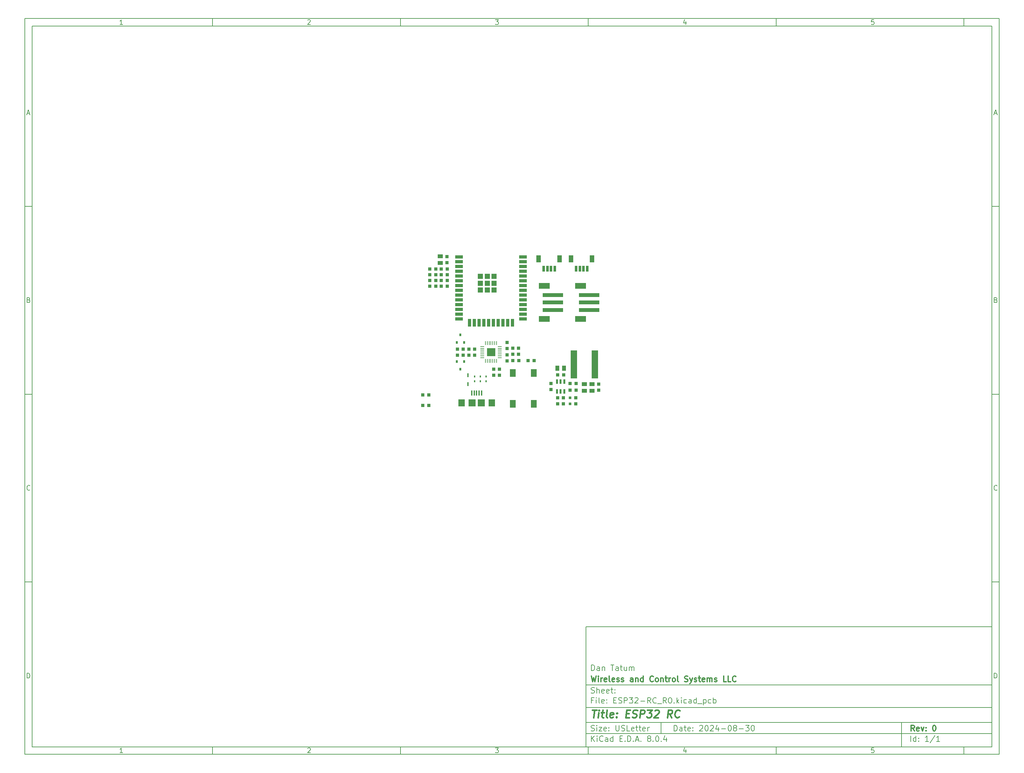
<source format=gtp>
%TF.GenerationSoftware,KiCad,Pcbnew,8.0.4*%
%TF.CreationDate,2024-09-05T11:58:49-04:00*%
%TF.ProjectId,ESP32-RC_R0,45535033-322d-4524-935f-52302e6b6963,0*%
%TF.SameCoordinates,PX6dbb4f0PY6d3f490*%
%TF.FileFunction,Paste,Top*%
%TF.FilePolarity,Positive*%
%FSLAX46Y46*%
G04 Gerber Fmt 4.6, Leading zero omitted, Abs format (unit mm)*
G04 Created by KiCad (PCBNEW 8.0.4) date 2024-09-05 11:58:49*
%MOMM*%
%LPD*%
G01*
G04 APERTURE LIST*
%ADD10C,0.100000*%
%ADD11C,0.150000*%
%ADD12C,0.300000*%
%ADD13C,0.400000*%
%ADD14C,0.010000*%
%ADD15R,0.800000X0.800000*%
%ADD16R,0.939800X0.812800*%
%ADD17R,0.812800X0.939800*%
%ADD18R,0.400000X0.480000*%
%ADD19R,1.397000X1.016000*%
%ADD20R,1.016000X1.397000*%
%ADD21R,1.803400X7.493000*%
%ADD22R,0.270000X0.990000*%
%ADD23R,0.990000X0.270000*%
%ADD24R,0.660400X1.549400*%
%ADD25R,1.295400X1.905000*%
%ADD26R,2.000000X0.900000*%
%ADD27R,0.900000X2.000000*%
%ADD28R,1.330000X1.330000*%
%ADD29R,1.500000X2.000000*%
%ADD30R,0.600000X0.800000*%
%ADD31R,0.400000X1.350000*%
%ADD32R,1.800000X1.900000*%
%ADD33R,1.900000X1.900000*%
%ADD34R,0.600000X1.150000*%
%ADD35R,5.500000X1.000000*%
%ADD36R,3.000000X1.600000*%
%ADD37R,0.460000X1.040000*%
G04 APERTURE END LIST*
D10*
D11*
X44338000Y-57346000D02*
X152338000Y-57346000D01*
X152338000Y-89346000D01*
X44338000Y-89346000D01*
X44338000Y-57346000D01*
D10*
D11*
X-105062000Y104554000D02*
X154338000Y104554000D01*
X154338000Y-91346000D01*
X-105062000Y-91346000D01*
X-105062000Y104554000D01*
D10*
D11*
X-103062000Y102554000D02*
X152338000Y102554000D01*
X152338000Y-89346000D01*
X-103062000Y-89346000D01*
X-103062000Y102554000D01*
D10*
D11*
X-55062000Y102554000D02*
X-55062000Y104554000D01*
D10*
D11*
X-5062000Y102554000D02*
X-5062000Y104554000D01*
D10*
D11*
X44938000Y102554000D02*
X44938000Y104554000D01*
D10*
D11*
X94938000Y102554000D02*
X94938000Y104554000D01*
D10*
D11*
X144938000Y102554000D02*
X144938000Y104554000D01*
D10*
D11*
X-78972840Y102960396D02*
X-79715697Y102960396D01*
X-79344269Y102960396D02*
X-79344269Y104260396D01*
X-79344269Y104260396D02*
X-79468078Y104074681D01*
X-79468078Y104074681D02*
X-79591888Y103950872D01*
X-79591888Y103950872D02*
X-79715697Y103888967D01*
D10*
D11*
X-29715697Y104136586D02*
X-29653793Y104198491D01*
X-29653793Y104198491D02*
X-29529983Y104260396D01*
X-29529983Y104260396D02*
X-29220459Y104260396D01*
X-29220459Y104260396D02*
X-29096650Y104198491D01*
X-29096650Y104198491D02*
X-29034745Y104136586D01*
X-29034745Y104136586D02*
X-28972840Y104012777D01*
X-28972840Y104012777D02*
X-28972840Y103888967D01*
X-28972840Y103888967D02*
X-29034745Y103703253D01*
X-29034745Y103703253D02*
X-29777602Y102960396D01*
X-29777602Y102960396D02*
X-28972840Y102960396D01*
D10*
D11*
X20222398Y104260396D02*
X21027160Y104260396D01*
X21027160Y104260396D02*
X20593826Y103765158D01*
X20593826Y103765158D02*
X20779541Y103765158D01*
X20779541Y103765158D02*
X20903350Y103703253D01*
X20903350Y103703253D02*
X20965255Y103641348D01*
X20965255Y103641348D02*
X21027160Y103517539D01*
X21027160Y103517539D02*
X21027160Y103208015D01*
X21027160Y103208015D02*
X20965255Y103084205D01*
X20965255Y103084205D02*
X20903350Y103022300D01*
X20903350Y103022300D02*
X20779541Y102960396D01*
X20779541Y102960396D02*
X20408112Y102960396D01*
X20408112Y102960396D02*
X20284303Y103022300D01*
X20284303Y103022300D02*
X20222398Y103084205D01*
D10*
D11*
X70903350Y103827062D02*
X70903350Y102960396D01*
X70593826Y104322300D02*
X70284303Y103393729D01*
X70284303Y103393729D02*
X71089064Y103393729D01*
D10*
D11*
X120965255Y104260396D02*
X120346207Y104260396D01*
X120346207Y104260396D02*
X120284303Y103641348D01*
X120284303Y103641348D02*
X120346207Y103703253D01*
X120346207Y103703253D02*
X120470017Y103765158D01*
X120470017Y103765158D02*
X120779541Y103765158D01*
X120779541Y103765158D02*
X120903350Y103703253D01*
X120903350Y103703253D02*
X120965255Y103641348D01*
X120965255Y103641348D02*
X121027160Y103517539D01*
X121027160Y103517539D02*
X121027160Y103208015D01*
X121027160Y103208015D02*
X120965255Y103084205D01*
X120965255Y103084205D02*
X120903350Y103022300D01*
X120903350Y103022300D02*
X120779541Y102960396D01*
X120779541Y102960396D02*
X120470017Y102960396D01*
X120470017Y102960396D02*
X120346207Y103022300D01*
X120346207Y103022300D02*
X120284303Y103084205D01*
D10*
D11*
X-55062000Y-89346000D02*
X-55062000Y-91346000D01*
D10*
D11*
X-5062000Y-89346000D02*
X-5062000Y-91346000D01*
D10*
D11*
X44938000Y-89346000D02*
X44938000Y-91346000D01*
D10*
D11*
X94938000Y-89346000D02*
X94938000Y-91346000D01*
D10*
D11*
X144938000Y-89346000D02*
X144938000Y-91346000D01*
D10*
D11*
X-78972840Y-90939604D02*
X-79715697Y-90939604D01*
X-79344269Y-90939604D02*
X-79344269Y-89639604D01*
X-79344269Y-89639604D02*
X-79468078Y-89825319D01*
X-79468078Y-89825319D02*
X-79591888Y-89949128D01*
X-79591888Y-89949128D02*
X-79715697Y-90011033D01*
D10*
D11*
X-29715697Y-89763414D02*
X-29653793Y-89701509D01*
X-29653793Y-89701509D02*
X-29529983Y-89639604D01*
X-29529983Y-89639604D02*
X-29220459Y-89639604D01*
X-29220459Y-89639604D02*
X-29096650Y-89701509D01*
X-29096650Y-89701509D02*
X-29034745Y-89763414D01*
X-29034745Y-89763414D02*
X-28972840Y-89887223D01*
X-28972840Y-89887223D02*
X-28972840Y-90011033D01*
X-28972840Y-90011033D02*
X-29034745Y-90196747D01*
X-29034745Y-90196747D02*
X-29777602Y-90939604D01*
X-29777602Y-90939604D02*
X-28972840Y-90939604D01*
D10*
D11*
X20222398Y-89639604D02*
X21027160Y-89639604D01*
X21027160Y-89639604D02*
X20593826Y-90134842D01*
X20593826Y-90134842D02*
X20779541Y-90134842D01*
X20779541Y-90134842D02*
X20903350Y-90196747D01*
X20903350Y-90196747D02*
X20965255Y-90258652D01*
X20965255Y-90258652D02*
X21027160Y-90382461D01*
X21027160Y-90382461D02*
X21027160Y-90691985D01*
X21027160Y-90691985D02*
X20965255Y-90815795D01*
X20965255Y-90815795D02*
X20903350Y-90877700D01*
X20903350Y-90877700D02*
X20779541Y-90939604D01*
X20779541Y-90939604D02*
X20408112Y-90939604D01*
X20408112Y-90939604D02*
X20284303Y-90877700D01*
X20284303Y-90877700D02*
X20222398Y-90815795D01*
D10*
D11*
X70903350Y-90072938D02*
X70903350Y-90939604D01*
X70593826Y-89577700D02*
X70284303Y-90506271D01*
X70284303Y-90506271D02*
X71089064Y-90506271D01*
D10*
D11*
X120965255Y-89639604D02*
X120346207Y-89639604D01*
X120346207Y-89639604D02*
X120284303Y-90258652D01*
X120284303Y-90258652D02*
X120346207Y-90196747D01*
X120346207Y-90196747D02*
X120470017Y-90134842D01*
X120470017Y-90134842D02*
X120779541Y-90134842D01*
X120779541Y-90134842D02*
X120903350Y-90196747D01*
X120903350Y-90196747D02*
X120965255Y-90258652D01*
X120965255Y-90258652D02*
X121027160Y-90382461D01*
X121027160Y-90382461D02*
X121027160Y-90691985D01*
X121027160Y-90691985D02*
X120965255Y-90815795D01*
X120965255Y-90815795D02*
X120903350Y-90877700D01*
X120903350Y-90877700D02*
X120779541Y-90939604D01*
X120779541Y-90939604D02*
X120470017Y-90939604D01*
X120470017Y-90939604D02*
X120346207Y-90877700D01*
X120346207Y-90877700D02*
X120284303Y-90815795D01*
D10*
D11*
X-105062000Y54554000D02*
X-103062000Y54554000D01*
D10*
D11*
X-105062000Y4554000D02*
X-103062000Y4554000D01*
D10*
D11*
X-105062000Y-45446000D02*
X-103062000Y-45446000D01*
D10*
D11*
X-104371524Y79331824D02*
X-103752477Y79331824D01*
X-104495334Y78960396D02*
X-104062001Y80260396D01*
X-104062001Y80260396D02*
X-103628667Y78960396D01*
D10*
D11*
X-103969143Y29641348D02*
X-103783429Y29579443D01*
X-103783429Y29579443D02*
X-103721524Y29517539D01*
X-103721524Y29517539D02*
X-103659620Y29393729D01*
X-103659620Y29393729D02*
X-103659620Y29208015D01*
X-103659620Y29208015D02*
X-103721524Y29084205D01*
X-103721524Y29084205D02*
X-103783429Y29022300D01*
X-103783429Y29022300D02*
X-103907239Y28960396D01*
X-103907239Y28960396D02*
X-104402477Y28960396D01*
X-104402477Y28960396D02*
X-104402477Y30260396D01*
X-104402477Y30260396D02*
X-103969143Y30260396D01*
X-103969143Y30260396D02*
X-103845334Y30198491D01*
X-103845334Y30198491D02*
X-103783429Y30136586D01*
X-103783429Y30136586D02*
X-103721524Y30012777D01*
X-103721524Y30012777D02*
X-103721524Y29888967D01*
X-103721524Y29888967D02*
X-103783429Y29765158D01*
X-103783429Y29765158D02*
X-103845334Y29703253D01*
X-103845334Y29703253D02*
X-103969143Y29641348D01*
X-103969143Y29641348D02*
X-104402477Y29641348D01*
D10*
D11*
X-103659620Y-20915795D02*
X-103721524Y-20977700D01*
X-103721524Y-20977700D02*
X-103907239Y-21039604D01*
X-103907239Y-21039604D02*
X-104031048Y-21039604D01*
X-104031048Y-21039604D02*
X-104216762Y-20977700D01*
X-104216762Y-20977700D02*
X-104340572Y-20853890D01*
X-104340572Y-20853890D02*
X-104402477Y-20730080D01*
X-104402477Y-20730080D02*
X-104464381Y-20482461D01*
X-104464381Y-20482461D02*
X-104464381Y-20296747D01*
X-104464381Y-20296747D02*
X-104402477Y-20049128D01*
X-104402477Y-20049128D02*
X-104340572Y-19925319D01*
X-104340572Y-19925319D02*
X-104216762Y-19801509D01*
X-104216762Y-19801509D02*
X-104031048Y-19739604D01*
X-104031048Y-19739604D02*
X-103907239Y-19739604D01*
X-103907239Y-19739604D02*
X-103721524Y-19801509D01*
X-103721524Y-19801509D02*
X-103659620Y-19863414D01*
D10*
D11*
X-104402477Y-71039604D02*
X-104402477Y-69739604D01*
X-104402477Y-69739604D02*
X-104092953Y-69739604D01*
X-104092953Y-69739604D02*
X-103907239Y-69801509D01*
X-103907239Y-69801509D02*
X-103783429Y-69925319D01*
X-103783429Y-69925319D02*
X-103721524Y-70049128D01*
X-103721524Y-70049128D02*
X-103659620Y-70296747D01*
X-103659620Y-70296747D02*
X-103659620Y-70482461D01*
X-103659620Y-70482461D02*
X-103721524Y-70730080D01*
X-103721524Y-70730080D02*
X-103783429Y-70853890D01*
X-103783429Y-70853890D02*
X-103907239Y-70977700D01*
X-103907239Y-70977700D02*
X-104092953Y-71039604D01*
X-104092953Y-71039604D02*
X-104402477Y-71039604D01*
D10*
D11*
X154338000Y54554000D02*
X152338000Y54554000D01*
D10*
D11*
X154338000Y4554000D02*
X152338000Y4554000D01*
D10*
D11*
X154338000Y-45446000D02*
X152338000Y-45446000D01*
D10*
D11*
X153028476Y79331824D02*
X153647523Y79331824D01*
X152904666Y78960396D02*
X153337999Y80260396D01*
X153337999Y80260396D02*
X153771333Y78960396D01*
D10*
D11*
X153430857Y29641348D02*
X153616571Y29579443D01*
X153616571Y29579443D02*
X153678476Y29517539D01*
X153678476Y29517539D02*
X153740380Y29393729D01*
X153740380Y29393729D02*
X153740380Y29208015D01*
X153740380Y29208015D02*
X153678476Y29084205D01*
X153678476Y29084205D02*
X153616571Y29022300D01*
X153616571Y29022300D02*
X153492761Y28960396D01*
X153492761Y28960396D02*
X152997523Y28960396D01*
X152997523Y28960396D02*
X152997523Y30260396D01*
X152997523Y30260396D02*
X153430857Y30260396D01*
X153430857Y30260396D02*
X153554666Y30198491D01*
X153554666Y30198491D02*
X153616571Y30136586D01*
X153616571Y30136586D02*
X153678476Y30012777D01*
X153678476Y30012777D02*
X153678476Y29888967D01*
X153678476Y29888967D02*
X153616571Y29765158D01*
X153616571Y29765158D02*
X153554666Y29703253D01*
X153554666Y29703253D02*
X153430857Y29641348D01*
X153430857Y29641348D02*
X152997523Y29641348D01*
D10*
D11*
X153740380Y-20915795D02*
X153678476Y-20977700D01*
X153678476Y-20977700D02*
X153492761Y-21039604D01*
X153492761Y-21039604D02*
X153368952Y-21039604D01*
X153368952Y-21039604D02*
X153183238Y-20977700D01*
X153183238Y-20977700D02*
X153059428Y-20853890D01*
X153059428Y-20853890D02*
X152997523Y-20730080D01*
X152997523Y-20730080D02*
X152935619Y-20482461D01*
X152935619Y-20482461D02*
X152935619Y-20296747D01*
X152935619Y-20296747D02*
X152997523Y-20049128D01*
X152997523Y-20049128D02*
X153059428Y-19925319D01*
X153059428Y-19925319D02*
X153183238Y-19801509D01*
X153183238Y-19801509D02*
X153368952Y-19739604D01*
X153368952Y-19739604D02*
X153492761Y-19739604D01*
X153492761Y-19739604D02*
X153678476Y-19801509D01*
X153678476Y-19801509D02*
X153740380Y-19863414D01*
D10*
D11*
X152997523Y-71039604D02*
X152997523Y-69739604D01*
X152997523Y-69739604D02*
X153307047Y-69739604D01*
X153307047Y-69739604D02*
X153492761Y-69801509D01*
X153492761Y-69801509D02*
X153616571Y-69925319D01*
X153616571Y-69925319D02*
X153678476Y-70049128D01*
X153678476Y-70049128D02*
X153740380Y-70296747D01*
X153740380Y-70296747D02*
X153740380Y-70482461D01*
X153740380Y-70482461D02*
X153678476Y-70730080D01*
X153678476Y-70730080D02*
X153616571Y-70853890D01*
X153616571Y-70853890D02*
X153492761Y-70977700D01*
X153492761Y-70977700D02*
X153307047Y-71039604D01*
X153307047Y-71039604D02*
X152997523Y-71039604D01*
D10*
D11*
X67793826Y-85132128D02*
X67793826Y-83632128D01*
X67793826Y-83632128D02*
X68150969Y-83632128D01*
X68150969Y-83632128D02*
X68365255Y-83703557D01*
X68365255Y-83703557D02*
X68508112Y-83846414D01*
X68508112Y-83846414D02*
X68579541Y-83989271D01*
X68579541Y-83989271D02*
X68650969Y-84274985D01*
X68650969Y-84274985D02*
X68650969Y-84489271D01*
X68650969Y-84489271D02*
X68579541Y-84774985D01*
X68579541Y-84774985D02*
X68508112Y-84917842D01*
X68508112Y-84917842D02*
X68365255Y-85060700D01*
X68365255Y-85060700D02*
X68150969Y-85132128D01*
X68150969Y-85132128D02*
X67793826Y-85132128D01*
X69936684Y-85132128D02*
X69936684Y-84346414D01*
X69936684Y-84346414D02*
X69865255Y-84203557D01*
X69865255Y-84203557D02*
X69722398Y-84132128D01*
X69722398Y-84132128D02*
X69436684Y-84132128D01*
X69436684Y-84132128D02*
X69293826Y-84203557D01*
X69936684Y-85060700D02*
X69793826Y-85132128D01*
X69793826Y-85132128D02*
X69436684Y-85132128D01*
X69436684Y-85132128D02*
X69293826Y-85060700D01*
X69293826Y-85060700D02*
X69222398Y-84917842D01*
X69222398Y-84917842D02*
X69222398Y-84774985D01*
X69222398Y-84774985D02*
X69293826Y-84632128D01*
X69293826Y-84632128D02*
X69436684Y-84560700D01*
X69436684Y-84560700D02*
X69793826Y-84560700D01*
X69793826Y-84560700D02*
X69936684Y-84489271D01*
X70436684Y-84132128D02*
X71008112Y-84132128D01*
X70650969Y-83632128D02*
X70650969Y-84917842D01*
X70650969Y-84917842D02*
X70722398Y-85060700D01*
X70722398Y-85060700D02*
X70865255Y-85132128D01*
X70865255Y-85132128D02*
X71008112Y-85132128D01*
X72079541Y-85060700D02*
X71936684Y-85132128D01*
X71936684Y-85132128D02*
X71650970Y-85132128D01*
X71650970Y-85132128D02*
X71508112Y-85060700D01*
X71508112Y-85060700D02*
X71436684Y-84917842D01*
X71436684Y-84917842D02*
X71436684Y-84346414D01*
X71436684Y-84346414D02*
X71508112Y-84203557D01*
X71508112Y-84203557D02*
X71650970Y-84132128D01*
X71650970Y-84132128D02*
X71936684Y-84132128D01*
X71936684Y-84132128D02*
X72079541Y-84203557D01*
X72079541Y-84203557D02*
X72150970Y-84346414D01*
X72150970Y-84346414D02*
X72150970Y-84489271D01*
X72150970Y-84489271D02*
X71436684Y-84632128D01*
X72793826Y-84989271D02*
X72865255Y-85060700D01*
X72865255Y-85060700D02*
X72793826Y-85132128D01*
X72793826Y-85132128D02*
X72722398Y-85060700D01*
X72722398Y-85060700D02*
X72793826Y-84989271D01*
X72793826Y-84989271D02*
X72793826Y-85132128D01*
X72793826Y-84203557D02*
X72865255Y-84274985D01*
X72865255Y-84274985D02*
X72793826Y-84346414D01*
X72793826Y-84346414D02*
X72722398Y-84274985D01*
X72722398Y-84274985D02*
X72793826Y-84203557D01*
X72793826Y-84203557D02*
X72793826Y-84346414D01*
X74579541Y-83774985D02*
X74650969Y-83703557D01*
X74650969Y-83703557D02*
X74793827Y-83632128D01*
X74793827Y-83632128D02*
X75150969Y-83632128D01*
X75150969Y-83632128D02*
X75293827Y-83703557D01*
X75293827Y-83703557D02*
X75365255Y-83774985D01*
X75365255Y-83774985D02*
X75436684Y-83917842D01*
X75436684Y-83917842D02*
X75436684Y-84060700D01*
X75436684Y-84060700D02*
X75365255Y-84274985D01*
X75365255Y-84274985D02*
X74508112Y-85132128D01*
X74508112Y-85132128D02*
X75436684Y-85132128D01*
X76365255Y-83632128D02*
X76508112Y-83632128D01*
X76508112Y-83632128D02*
X76650969Y-83703557D01*
X76650969Y-83703557D02*
X76722398Y-83774985D01*
X76722398Y-83774985D02*
X76793826Y-83917842D01*
X76793826Y-83917842D02*
X76865255Y-84203557D01*
X76865255Y-84203557D02*
X76865255Y-84560700D01*
X76865255Y-84560700D02*
X76793826Y-84846414D01*
X76793826Y-84846414D02*
X76722398Y-84989271D01*
X76722398Y-84989271D02*
X76650969Y-85060700D01*
X76650969Y-85060700D02*
X76508112Y-85132128D01*
X76508112Y-85132128D02*
X76365255Y-85132128D01*
X76365255Y-85132128D02*
X76222398Y-85060700D01*
X76222398Y-85060700D02*
X76150969Y-84989271D01*
X76150969Y-84989271D02*
X76079540Y-84846414D01*
X76079540Y-84846414D02*
X76008112Y-84560700D01*
X76008112Y-84560700D02*
X76008112Y-84203557D01*
X76008112Y-84203557D02*
X76079540Y-83917842D01*
X76079540Y-83917842D02*
X76150969Y-83774985D01*
X76150969Y-83774985D02*
X76222398Y-83703557D01*
X76222398Y-83703557D02*
X76365255Y-83632128D01*
X77436683Y-83774985D02*
X77508111Y-83703557D01*
X77508111Y-83703557D02*
X77650969Y-83632128D01*
X77650969Y-83632128D02*
X78008111Y-83632128D01*
X78008111Y-83632128D02*
X78150969Y-83703557D01*
X78150969Y-83703557D02*
X78222397Y-83774985D01*
X78222397Y-83774985D02*
X78293826Y-83917842D01*
X78293826Y-83917842D02*
X78293826Y-84060700D01*
X78293826Y-84060700D02*
X78222397Y-84274985D01*
X78222397Y-84274985D02*
X77365254Y-85132128D01*
X77365254Y-85132128D02*
X78293826Y-85132128D01*
X79579540Y-84132128D02*
X79579540Y-85132128D01*
X79222397Y-83560700D02*
X78865254Y-84632128D01*
X78865254Y-84632128D02*
X79793825Y-84632128D01*
X80365253Y-84560700D02*
X81508111Y-84560700D01*
X82508111Y-83632128D02*
X82650968Y-83632128D01*
X82650968Y-83632128D02*
X82793825Y-83703557D01*
X82793825Y-83703557D02*
X82865254Y-83774985D01*
X82865254Y-83774985D02*
X82936682Y-83917842D01*
X82936682Y-83917842D02*
X83008111Y-84203557D01*
X83008111Y-84203557D02*
X83008111Y-84560700D01*
X83008111Y-84560700D02*
X82936682Y-84846414D01*
X82936682Y-84846414D02*
X82865254Y-84989271D01*
X82865254Y-84989271D02*
X82793825Y-85060700D01*
X82793825Y-85060700D02*
X82650968Y-85132128D01*
X82650968Y-85132128D02*
X82508111Y-85132128D01*
X82508111Y-85132128D02*
X82365254Y-85060700D01*
X82365254Y-85060700D02*
X82293825Y-84989271D01*
X82293825Y-84989271D02*
X82222396Y-84846414D01*
X82222396Y-84846414D02*
X82150968Y-84560700D01*
X82150968Y-84560700D02*
X82150968Y-84203557D01*
X82150968Y-84203557D02*
X82222396Y-83917842D01*
X82222396Y-83917842D02*
X82293825Y-83774985D01*
X82293825Y-83774985D02*
X82365254Y-83703557D01*
X82365254Y-83703557D02*
X82508111Y-83632128D01*
X83865253Y-84274985D02*
X83722396Y-84203557D01*
X83722396Y-84203557D02*
X83650967Y-84132128D01*
X83650967Y-84132128D02*
X83579539Y-83989271D01*
X83579539Y-83989271D02*
X83579539Y-83917842D01*
X83579539Y-83917842D02*
X83650967Y-83774985D01*
X83650967Y-83774985D02*
X83722396Y-83703557D01*
X83722396Y-83703557D02*
X83865253Y-83632128D01*
X83865253Y-83632128D02*
X84150967Y-83632128D01*
X84150967Y-83632128D02*
X84293825Y-83703557D01*
X84293825Y-83703557D02*
X84365253Y-83774985D01*
X84365253Y-83774985D02*
X84436682Y-83917842D01*
X84436682Y-83917842D02*
X84436682Y-83989271D01*
X84436682Y-83989271D02*
X84365253Y-84132128D01*
X84365253Y-84132128D02*
X84293825Y-84203557D01*
X84293825Y-84203557D02*
X84150967Y-84274985D01*
X84150967Y-84274985D02*
X83865253Y-84274985D01*
X83865253Y-84274985D02*
X83722396Y-84346414D01*
X83722396Y-84346414D02*
X83650967Y-84417842D01*
X83650967Y-84417842D02*
X83579539Y-84560700D01*
X83579539Y-84560700D02*
X83579539Y-84846414D01*
X83579539Y-84846414D02*
X83650967Y-84989271D01*
X83650967Y-84989271D02*
X83722396Y-85060700D01*
X83722396Y-85060700D02*
X83865253Y-85132128D01*
X83865253Y-85132128D02*
X84150967Y-85132128D01*
X84150967Y-85132128D02*
X84293825Y-85060700D01*
X84293825Y-85060700D02*
X84365253Y-84989271D01*
X84365253Y-84989271D02*
X84436682Y-84846414D01*
X84436682Y-84846414D02*
X84436682Y-84560700D01*
X84436682Y-84560700D02*
X84365253Y-84417842D01*
X84365253Y-84417842D02*
X84293825Y-84346414D01*
X84293825Y-84346414D02*
X84150967Y-84274985D01*
X85079538Y-84560700D02*
X86222396Y-84560700D01*
X86793824Y-83632128D02*
X87722396Y-83632128D01*
X87722396Y-83632128D02*
X87222396Y-84203557D01*
X87222396Y-84203557D02*
X87436681Y-84203557D01*
X87436681Y-84203557D02*
X87579539Y-84274985D01*
X87579539Y-84274985D02*
X87650967Y-84346414D01*
X87650967Y-84346414D02*
X87722396Y-84489271D01*
X87722396Y-84489271D02*
X87722396Y-84846414D01*
X87722396Y-84846414D02*
X87650967Y-84989271D01*
X87650967Y-84989271D02*
X87579539Y-85060700D01*
X87579539Y-85060700D02*
X87436681Y-85132128D01*
X87436681Y-85132128D02*
X87008110Y-85132128D01*
X87008110Y-85132128D02*
X86865253Y-85060700D01*
X86865253Y-85060700D02*
X86793824Y-84989271D01*
X88650967Y-83632128D02*
X88793824Y-83632128D01*
X88793824Y-83632128D02*
X88936681Y-83703557D01*
X88936681Y-83703557D02*
X89008110Y-83774985D01*
X89008110Y-83774985D02*
X89079538Y-83917842D01*
X89079538Y-83917842D02*
X89150967Y-84203557D01*
X89150967Y-84203557D02*
X89150967Y-84560700D01*
X89150967Y-84560700D02*
X89079538Y-84846414D01*
X89079538Y-84846414D02*
X89008110Y-84989271D01*
X89008110Y-84989271D02*
X88936681Y-85060700D01*
X88936681Y-85060700D02*
X88793824Y-85132128D01*
X88793824Y-85132128D02*
X88650967Y-85132128D01*
X88650967Y-85132128D02*
X88508110Y-85060700D01*
X88508110Y-85060700D02*
X88436681Y-84989271D01*
X88436681Y-84989271D02*
X88365252Y-84846414D01*
X88365252Y-84846414D02*
X88293824Y-84560700D01*
X88293824Y-84560700D02*
X88293824Y-84203557D01*
X88293824Y-84203557D02*
X88365252Y-83917842D01*
X88365252Y-83917842D02*
X88436681Y-83774985D01*
X88436681Y-83774985D02*
X88508110Y-83703557D01*
X88508110Y-83703557D02*
X88650967Y-83632128D01*
D10*
D11*
X44338000Y-85846000D02*
X152338000Y-85846000D01*
D10*
D11*
X45793826Y-87932128D02*
X45793826Y-86432128D01*
X46650969Y-87932128D02*
X46008112Y-87074985D01*
X46650969Y-86432128D02*
X45793826Y-87289271D01*
X47293826Y-87932128D02*
X47293826Y-86932128D01*
X47293826Y-86432128D02*
X47222398Y-86503557D01*
X47222398Y-86503557D02*
X47293826Y-86574985D01*
X47293826Y-86574985D02*
X47365255Y-86503557D01*
X47365255Y-86503557D02*
X47293826Y-86432128D01*
X47293826Y-86432128D02*
X47293826Y-86574985D01*
X48865255Y-87789271D02*
X48793827Y-87860700D01*
X48793827Y-87860700D02*
X48579541Y-87932128D01*
X48579541Y-87932128D02*
X48436684Y-87932128D01*
X48436684Y-87932128D02*
X48222398Y-87860700D01*
X48222398Y-87860700D02*
X48079541Y-87717842D01*
X48079541Y-87717842D02*
X48008112Y-87574985D01*
X48008112Y-87574985D02*
X47936684Y-87289271D01*
X47936684Y-87289271D02*
X47936684Y-87074985D01*
X47936684Y-87074985D02*
X48008112Y-86789271D01*
X48008112Y-86789271D02*
X48079541Y-86646414D01*
X48079541Y-86646414D02*
X48222398Y-86503557D01*
X48222398Y-86503557D02*
X48436684Y-86432128D01*
X48436684Y-86432128D02*
X48579541Y-86432128D01*
X48579541Y-86432128D02*
X48793827Y-86503557D01*
X48793827Y-86503557D02*
X48865255Y-86574985D01*
X50150970Y-87932128D02*
X50150970Y-87146414D01*
X50150970Y-87146414D02*
X50079541Y-87003557D01*
X50079541Y-87003557D02*
X49936684Y-86932128D01*
X49936684Y-86932128D02*
X49650970Y-86932128D01*
X49650970Y-86932128D02*
X49508112Y-87003557D01*
X50150970Y-87860700D02*
X50008112Y-87932128D01*
X50008112Y-87932128D02*
X49650970Y-87932128D01*
X49650970Y-87932128D02*
X49508112Y-87860700D01*
X49508112Y-87860700D02*
X49436684Y-87717842D01*
X49436684Y-87717842D02*
X49436684Y-87574985D01*
X49436684Y-87574985D02*
X49508112Y-87432128D01*
X49508112Y-87432128D02*
X49650970Y-87360700D01*
X49650970Y-87360700D02*
X50008112Y-87360700D01*
X50008112Y-87360700D02*
X50150970Y-87289271D01*
X51508113Y-87932128D02*
X51508113Y-86432128D01*
X51508113Y-87860700D02*
X51365255Y-87932128D01*
X51365255Y-87932128D02*
X51079541Y-87932128D01*
X51079541Y-87932128D02*
X50936684Y-87860700D01*
X50936684Y-87860700D02*
X50865255Y-87789271D01*
X50865255Y-87789271D02*
X50793827Y-87646414D01*
X50793827Y-87646414D02*
X50793827Y-87217842D01*
X50793827Y-87217842D02*
X50865255Y-87074985D01*
X50865255Y-87074985D02*
X50936684Y-87003557D01*
X50936684Y-87003557D02*
X51079541Y-86932128D01*
X51079541Y-86932128D02*
X51365255Y-86932128D01*
X51365255Y-86932128D02*
X51508113Y-87003557D01*
X53365255Y-87146414D02*
X53865255Y-87146414D01*
X54079541Y-87932128D02*
X53365255Y-87932128D01*
X53365255Y-87932128D02*
X53365255Y-86432128D01*
X53365255Y-86432128D02*
X54079541Y-86432128D01*
X54722398Y-87789271D02*
X54793827Y-87860700D01*
X54793827Y-87860700D02*
X54722398Y-87932128D01*
X54722398Y-87932128D02*
X54650970Y-87860700D01*
X54650970Y-87860700D02*
X54722398Y-87789271D01*
X54722398Y-87789271D02*
X54722398Y-87932128D01*
X55436684Y-87932128D02*
X55436684Y-86432128D01*
X55436684Y-86432128D02*
X55793827Y-86432128D01*
X55793827Y-86432128D02*
X56008113Y-86503557D01*
X56008113Y-86503557D02*
X56150970Y-86646414D01*
X56150970Y-86646414D02*
X56222399Y-86789271D01*
X56222399Y-86789271D02*
X56293827Y-87074985D01*
X56293827Y-87074985D02*
X56293827Y-87289271D01*
X56293827Y-87289271D02*
X56222399Y-87574985D01*
X56222399Y-87574985D02*
X56150970Y-87717842D01*
X56150970Y-87717842D02*
X56008113Y-87860700D01*
X56008113Y-87860700D02*
X55793827Y-87932128D01*
X55793827Y-87932128D02*
X55436684Y-87932128D01*
X56936684Y-87789271D02*
X57008113Y-87860700D01*
X57008113Y-87860700D02*
X56936684Y-87932128D01*
X56936684Y-87932128D02*
X56865256Y-87860700D01*
X56865256Y-87860700D02*
X56936684Y-87789271D01*
X56936684Y-87789271D02*
X56936684Y-87932128D01*
X57579542Y-87503557D02*
X58293828Y-87503557D01*
X57436685Y-87932128D02*
X57936685Y-86432128D01*
X57936685Y-86432128D02*
X58436685Y-87932128D01*
X58936684Y-87789271D02*
X59008113Y-87860700D01*
X59008113Y-87860700D02*
X58936684Y-87932128D01*
X58936684Y-87932128D02*
X58865256Y-87860700D01*
X58865256Y-87860700D02*
X58936684Y-87789271D01*
X58936684Y-87789271D02*
X58936684Y-87932128D01*
X61008113Y-87074985D02*
X60865256Y-87003557D01*
X60865256Y-87003557D02*
X60793827Y-86932128D01*
X60793827Y-86932128D02*
X60722399Y-86789271D01*
X60722399Y-86789271D02*
X60722399Y-86717842D01*
X60722399Y-86717842D02*
X60793827Y-86574985D01*
X60793827Y-86574985D02*
X60865256Y-86503557D01*
X60865256Y-86503557D02*
X61008113Y-86432128D01*
X61008113Y-86432128D02*
X61293827Y-86432128D01*
X61293827Y-86432128D02*
X61436685Y-86503557D01*
X61436685Y-86503557D02*
X61508113Y-86574985D01*
X61508113Y-86574985D02*
X61579542Y-86717842D01*
X61579542Y-86717842D02*
X61579542Y-86789271D01*
X61579542Y-86789271D02*
X61508113Y-86932128D01*
X61508113Y-86932128D02*
X61436685Y-87003557D01*
X61436685Y-87003557D02*
X61293827Y-87074985D01*
X61293827Y-87074985D02*
X61008113Y-87074985D01*
X61008113Y-87074985D02*
X60865256Y-87146414D01*
X60865256Y-87146414D02*
X60793827Y-87217842D01*
X60793827Y-87217842D02*
X60722399Y-87360700D01*
X60722399Y-87360700D02*
X60722399Y-87646414D01*
X60722399Y-87646414D02*
X60793827Y-87789271D01*
X60793827Y-87789271D02*
X60865256Y-87860700D01*
X60865256Y-87860700D02*
X61008113Y-87932128D01*
X61008113Y-87932128D02*
X61293827Y-87932128D01*
X61293827Y-87932128D02*
X61436685Y-87860700D01*
X61436685Y-87860700D02*
X61508113Y-87789271D01*
X61508113Y-87789271D02*
X61579542Y-87646414D01*
X61579542Y-87646414D02*
X61579542Y-87360700D01*
X61579542Y-87360700D02*
X61508113Y-87217842D01*
X61508113Y-87217842D02*
X61436685Y-87146414D01*
X61436685Y-87146414D02*
X61293827Y-87074985D01*
X62222398Y-87789271D02*
X62293827Y-87860700D01*
X62293827Y-87860700D02*
X62222398Y-87932128D01*
X62222398Y-87932128D02*
X62150970Y-87860700D01*
X62150970Y-87860700D02*
X62222398Y-87789271D01*
X62222398Y-87789271D02*
X62222398Y-87932128D01*
X63222399Y-86432128D02*
X63365256Y-86432128D01*
X63365256Y-86432128D02*
X63508113Y-86503557D01*
X63508113Y-86503557D02*
X63579542Y-86574985D01*
X63579542Y-86574985D02*
X63650970Y-86717842D01*
X63650970Y-86717842D02*
X63722399Y-87003557D01*
X63722399Y-87003557D02*
X63722399Y-87360700D01*
X63722399Y-87360700D02*
X63650970Y-87646414D01*
X63650970Y-87646414D02*
X63579542Y-87789271D01*
X63579542Y-87789271D02*
X63508113Y-87860700D01*
X63508113Y-87860700D02*
X63365256Y-87932128D01*
X63365256Y-87932128D02*
X63222399Y-87932128D01*
X63222399Y-87932128D02*
X63079542Y-87860700D01*
X63079542Y-87860700D02*
X63008113Y-87789271D01*
X63008113Y-87789271D02*
X62936684Y-87646414D01*
X62936684Y-87646414D02*
X62865256Y-87360700D01*
X62865256Y-87360700D02*
X62865256Y-87003557D01*
X62865256Y-87003557D02*
X62936684Y-86717842D01*
X62936684Y-86717842D02*
X63008113Y-86574985D01*
X63008113Y-86574985D02*
X63079542Y-86503557D01*
X63079542Y-86503557D02*
X63222399Y-86432128D01*
X64365255Y-87789271D02*
X64436684Y-87860700D01*
X64436684Y-87860700D02*
X64365255Y-87932128D01*
X64365255Y-87932128D02*
X64293827Y-87860700D01*
X64293827Y-87860700D02*
X64365255Y-87789271D01*
X64365255Y-87789271D02*
X64365255Y-87932128D01*
X65722399Y-86932128D02*
X65722399Y-87932128D01*
X65365256Y-86360700D02*
X65008113Y-87432128D01*
X65008113Y-87432128D02*
X65936684Y-87432128D01*
D10*
D11*
X44338000Y-82846000D02*
X152338000Y-82846000D01*
D10*
D12*
X131749653Y-85124328D02*
X131249653Y-84410042D01*
X130892510Y-85124328D02*
X130892510Y-83624328D01*
X130892510Y-83624328D02*
X131463939Y-83624328D01*
X131463939Y-83624328D02*
X131606796Y-83695757D01*
X131606796Y-83695757D02*
X131678225Y-83767185D01*
X131678225Y-83767185D02*
X131749653Y-83910042D01*
X131749653Y-83910042D02*
X131749653Y-84124328D01*
X131749653Y-84124328D02*
X131678225Y-84267185D01*
X131678225Y-84267185D02*
X131606796Y-84338614D01*
X131606796Y-84338614D02*
X131463939Y-84410042D01*
X131463939Y-84410042D02*
X130892510Y-84410042D01*
X132963939Y-85052900D02*
X132821082Y-85124328D01*
X132821082Y-85124328D02*
X132535368Y-85124328D01*
X132535368Y-85124328D02*
X132392510Y-85052900D01*
X132392510Y-85052900D02*
X132321082Y-84910042D01*
X132321082Y-84910042D02*
X132321082Y-84338614D01*
X132321082Y-84338614D02*
X132392510Y-84195757D01*
X132392510Y-84195757D02*
X132535368Y-84124328D01*
X132535368Y-84124328D02*
X132821082Y-84124328D01*
X132821082Y-84124328D02*
X132963939Y-84195757D01*
X132963939Y-84195757D02*
X133035368Y-84338614D01*
X133035368Y-84338614D02*
X133035368Y-84481471D01*
X133035368Y-84481471D02*
X132321082Y-84624328D01*
X133535367Y-84124328D02*
X133892510Y-85124328D01*
X133892510Y-85124328D02*
X134249653Y-84124328D01*
X134821081Y-84981471D02*
X134892510Y-85052900D01*
X134892510Y-85052900D02*
X134821081Y-85124328D01*
X134821081Y-85124328D02*
X134749653Y-85052900D01*
X134749653Y-85052900D02*
X134821081Y-84981471D01*
X134821081Y-84981471D02*
X134821081Y-85124328D01*
X134821081Y-84195757D02*
X134892510Y-84267185D01*
X134892510Y-84267185D02*
X134821081Y-84338614D01*
X134821081Y-84338614D02*
X134749653Y-84267185D01*
X134749653Y-84267185D02*
X134821081Y-84195757D01*
X134821081Y-84195757D02*
X134821081Y-84338614D01*
X136963939Y-83624328D02*
X137106796Y-83624328D01*
X137106796Y-83624328D02*
X137249653Y-83695757D01*
X137249653Y-83695757D02*
X137321082Y-83767185D01*
X137321082Y-83767185D02*
X137392510Y-83910042D01*
X137392510Y-83910042D02*
X137463939Y-84195757D01*
X137463939Y-84195757D02*
X137463939Y-84552900D01*
X137463939Y-84552900D02*
X137392510Y-84838614D01*
X137392510Y-84838614D02*
X137321082Y-84981471D01*
X137321082Y-84981471D02*
X137249653Y-85052900D01*
X137249653Y-85052900D02*
X137106796Y-85124328D01*
X137106796Y-85124328D02*
X136963939Y-85124328D01*
X136963939Y-85124328D02*
X136821082Y-85052900D01*
X136821082Y-85052900D02*
X136749653Y-84981471D01*
X136749653Y-84981471D02*
X136678224Y-84838614D01*
X136678224Y-84838614D02*
X136606796Y-84552900D01*
X136606796Y-84552900D02*
X136606796Y-84195757D01*
X136606796Y-84195757D02*
X136678224Y-83910042D01*
X136678224Y-83910042D02*
X136749653Y-83767185D01*
X136749653Y-83767185D02*
X136821082Y-83695757D01*
X136821082Y-83695757D02*
X136963939Y-83624328D01*
D10*
D11*
X45722398Y-85060700D02*
X45936684Y-85132128D01*
X45936684Y-85132128D02*
X46293826Y-85132128D01*
X46293826Y-85132128D02*
X46436684Y-85060700D01*
X46436684Y-85060700D02*
X46508112Y-84989271D01*
X46508112Y-84989271D02*
X46579541Y-84846414D01*
X46579541Y-84846414D02*
X46579541Y-84703557D01*
X46579541Y-84703557D02*
X46508112Y-84560700D01*
X46508112Y-84560700D02*
X46436684Y-84489271D01*
X46436684Y-84489271D02*
X46293826Y-84417842D01*
X46293826Y-84417842D02*
X46008112Y-84346414D01*
X46008112Y-84346414D02*
X45865255Y-84274985D01*
X45865255Y-84274985D02*
X45793826Y-84203557D01*
X45793826Y-84203557D02*
X45722398Y-84060700D01*
X45722398Y-84060700D02*
X45722398Y-83917842D01*
X45722398Y-83917842D02*
X45793826Y-83774985D01*
X45793826Y-83774985D02*
X45865255Y-83703557D01*
X45865255Y-83703557D02*
X46008112Y-83632128D01*
X46008112Y-83632128D02*
X46365255Y-83632128D01*
X46365255Y-83632128D02*
X46579541Y-83703557D01*
X47222397Y-85132128D02*
X47222397Y-84132128D01*
X47222397Y-83632128D02*
X47150969Y-83703557D01*
X47150969Y-83703557D02*
X47222397Y-83774985D01*
X47222397Y-83774985D02*
X47293826Y-83703557D01*
X47293826Y-83703557D02*
X47222397Y-83632128D01*
X47222397Y-83632128D02*
X47222397Y-83774985D01*
X47793826Y-84132128D02*
X48579541Y-84132128D01*
X48579541Y-84132128D02*
X47793826Y-85132128D01*
X47793826Y-85132128D02*
X48579541Y-85132128D01*
X49722398Y-85060700D02*
X49579541Y-85132128D01*
X49579541Y-85132128D02*
X49293827Y-85132128D01*
X49293827Y-85132128D02*
X49150969Y-85060700D01*
X49150969Y-85060700D02*
X49079541Y-84917842D01*
X49079541Y-84917842D02*
X49079541Y-84346414D01*
X49079541Y-84346414D02*
X49150969Y-84203557D01*
X49150969Y-84203557D02*
X49293827Y-84132128D01*
X49293827Y-84132128D02*
X49579541Y-84132128D01*
X49579541Y-84132128D02*
X49722398Y-84203557D01*
X49722398Y-84203557D02*
X49793827Y-84346414D01*
X49793827Y-84346414D02*
X49793827Y-84489271D01*
X49793827Y-84489271D02*
X49079541Y-84632128D01*
X50436683Y-84989271D02*
X50508112Y-85060700D01*
X50508112Y-85060700D02*
X50436683Y-85132128D01*
X50436683Y-85132128D02*
X50365255Y-85060700D01*
X50365255Y-85060700D02*
X50436683Y-84989271D01*
X50436683Y-84989271D02*
X50436683Y-85132128D01*
X50436683Y-84203557D02*
X50508112Y-84274985D01*
X50508112Y-84274985D02*
X50436683Y-84346414D01*
X50436683Y-84346414D02*
X50365255Y-84274985D01*
X50365255Y-84274985D02*
X50436683Y-84203557D01*
X50436683Y-84203557D02*
X50436683Y-84346414D01*
X52293826Y-83632128D02*
X52293826Y-84846414D01*
X52293826Y-84846414D02*
X52365255Y-84989271D01*
X52365255Y-84989271D02*
X52436684Y-85060700D01*
X52436684Y-85060700D02*
X52579541Y-85132128D01*
X52579541Y-85132128D02*
X52865255Y-85132128D01*
X52865255Y-85132128D02*
X53008112Y-85060700D01*
X53008112Y-85060700D02*
X53079541Y-84989271D01*
X53079541Y-84989271D02*
X53150969Y-84846414D01*
X53150969Y-84846414D02*
X53150969Y-83632128D01*
X53793827Y-85060700D02*
X54008113Y-85132128D01*
X54008113Y-85132128D02*
X54365255Y-85132128D01*
X54365255Y-85132128D02*
X54508113Y-85060700D01*
X54508113Y-85060700D02*
X54579541Y-84989271D01*
X54579541Y-84989271D02*
X54650970Y-84846414D01*
X54650970Y-84846414D02*
X54650970Y-84703557D01*
X54650970Y-84703557D02*
X54579541Y-84560700D01*
X54579541Y-84560700D02*
X54508113Y-84489271D01*
X54508113Y-84489271D02*
X54365255Y-84417842D01*
X54365255Y-84417842D02*
X54079541Y-84346414D01*
X54079541Y-84346414D02*
X53936684Y-84274985D01*
X53936684Y-84274985D02*
X53865255Y-84203557D01*
X53865255Y-84203557D02*
X53793827Y-84060700D01*
X53793827Y-84060700D02*
X53793827Y-83917842D01*
X53793827Y-83917842D02*
X53865255Y-83774985D01*
X53865255Y-83774985D02*
X53936684Y-83703557D01*
X53936684Y-83703557D02*
X54079541Y-83632128D01*
X54079541Y-83632128D02*
X54436684Y-83632128D01*
X54436684Y-83632128D02*
X54650970Y-83703557D01*
X56008112Y-85132128D02*
X55293826Y-85132128D01*
X55293826Y-85132128D02*
X55293826Y-83632128D01*
X57079541Y-85060700D02*
X56936684Y-85132128D01*
X56936684Y-85132128D02*
X56650970Y-85132128D01*
X56650970Y-85132128D02*
X56508112Y-85060700D01*
X56508112Y-85060700D02*
X56436684Y-84917842D01*
X56436684Y-84917842D02*
X56436684Y-84346414D01*
X56436684Y-84346414D02*
X56508112Y-84203557D01*
X56508112Y-84203557D02*
X56650970Y-84132128D01*
X56650970Y-84132128D02*
X56936684Y-84132128D01*
X56936684Y-84132128D02*
X57079541Y-84203557D01*
X57079541Y-84203557D02*
X57150970Y-84346414D01*
X57150970Y-84346414D02*
X57150970Y-84489271D01*
X57150970Y-84489271D02*
X56436684Y-84632128D01*
X57579541Y-84132128D02*
X58150969Y-84132128D01*
X57793826Y-83632128D02*
X57793826Y-84917842D01*
X57793826Y-84917842D02*
X57865255Y-85060700D01*
X57865255Y-85060700D02*
X58008112Y-85132128D01*
X58008112Y-85132128D02*
X58150969Y-85132128D01*
X58436684Y-84132128D02*
X59008112Y-84132128D01*
X58650969Y-83632128D02*
X58650969Y-84917842D01*
X58650969Y-84917842D02*
X58722398Y-85060700D01*
X58722398Y-85060700D02*
X58865255Y-85132128D01*
X58865255Y-85132128D02*
X59008112Y-85132128D01*
X60079541Y-85060700D02*
X59936684Y-85132128D01*
X59936684Y-85132128D02*
X59650970Y-85132128D01*
X59650970Y-85132128D02*
X59508112Y-85060700D01*
X59508112Y-85060700D02*
X59436684Y-84917842D01*
X59436684Y-84917842D02*
X59436684Y-84346414D01*
X59436684Y-84346414D02*
X59508112Y-84203557D01*
X59508112Y-84203557D02*
X59650970Y-84132128D01*
X59650970Y-84132128D02*
X59936684Y-84132128D01*
X59936684Y-84132128D02*
X60079541Y-84203557D01*
X60079541Y-84203557D02*
X60150970Y-84346414D01*
X60150970Y-84346414D02*
X60150970Y-84489271D01*
X60150970Y-84489271D02*
X59436684Y-84632128D01*
X60793826Y-85132128D02*
X60793826Y-84132128D01*
X60793826Y-84417842D02*
X60865255Y-84274985D01*
X60865255Y-84274985D02*
X60936684Y-84203557D01*
X60936684Y-84203557D02*
X61079541Y-84132128D01*
X61079541Y-84132128D02*
X61222398Y-84132128D01*
D10*
D11*
X130793826Y-87932128D02*
X130793826Y-86432128D01*
X132150970Y-87932128D02*
X132150970Y-86432128D01*
X132150970Y-87860700D02*
X132008112Y-87932128D01*
X132008112Y-87932128D02*
X131722398Y-87932128D01*
X131722398Y-87932128D02*
X131579541Y-87860700D01*
X131579541Y-87860700D02*
X131508112Y-87789271D01*
X131508112Y-87789271D02*
X131436684Y-87646414D01*
X131436684Y-87646414D02*
X131436684Y-87217842D01*
X131436684Y-87217842D02*
X131508112Y-87074985D01*
X131508112Y-87074985D02*
X131579541Y-87003557D01*
X131579541Y-87003557D02*
X131722398Y-86932128D01*
X131722398Y-86932128D02*
X132008112Y-86932128D01*
X132008112Y-86932128D02*
X132150970Y-87003557D01*
X132865255Y-87789271D02*
X132936684Y-87860700D01*
X132936684Y-87860700D02*
X132865255Y-87932128D01*
X132865255Y-87932128D02*
X132793827Y-87860700D01*
X132793827Y-87860700D02*
X132865255Y-87789271D01*
X132865255Y-87789271D02*
X132865255Y-87932128D01*
X132865255Y-87003557D02*
X132936684Y-87074985D01*
X132936684Y-87074985D02*
X132865255Y-87146414D01*
X132865255Y-87146414D02*
X132793827Y-87074985D01*
X132793827Y-87074985D02*
X132865255Y-87003557D01*
X132865255Y-87003557D02*
X132865255Y-87146414D01*
X135508113Y-87932128D02*
X134650970Y-87932128D01*
X135079541Y-87932128D02*
X135079541Y-86432128D01*
X135079541Y-86432128D02*
X134936684Y-86646414D01*
X134936684Y-86646414D02*
X134793827Y-86789271D01*
X134793827Y-86789271D02*
X134650970Y-86860700D01*
X137222398Y-86360700D02*
X135936684Y-88289271D01*
X138508113Y-87932128D02*
X137650970Y-87932128D01*
X138079541Y-87932128D02*
X138079541Y-86432128D01*
X138079541Y-86432128D02*
X137936684Y-86646414D01*
X137936684Y-86646414D02*
X137793827Y-86789271D01*
X137793827Y-86789271D02*
X137650970Y-86860700D01*
D10*
D11*
X44338000Y-78846000D02*
X152338000Y-78846000D01*
D10*
D13*
X46029728Y-79550438D02*
X47172585Y-79550438D01*
X46351157Y-81550438D02*
X46601157Y-79550438D01*
X47589252Y-81550438D02*
X47755919Y-80217104D01*
X47839252Y-79550438D02*
X47732109Y-79645676D01*
X47732109Y-79645676D02*
X47815443Y-79740914D01*
X47815443Y-79740914D02*
X47922586Y-79645676D01*
X47922586Y-79645676D02*
X47839252Y-79550438D01*
X47839252Y-79550438D02*
X47815443Y-79740914D01*
X48422586Y-80217104D02*
X49184490Y-80217104D01*
X48791633Y-79550438D02*
X48577348Y-81264723D01*
X48577348Y-81264723D02*
X48648776Y-81455200D01*
X48648776Y-81455200D02*
X48827348Y-81550438D01*
X48827348Y-81550438D02*
X49017824Y-81550438D01*
X49970205Y-81550438D02*
X49791633Y-81455200D01*
X49791633Y-81455200D02*
X49720205Y-81264723D01*
X49720205Y-81264723D02*
X49934490Y-79550438D01*
X51505919Y-81455200D02*
X51303538Y-81550438D01*
X51303538Y-81550438D02*
X50922585Y-81550438D01*
X50922585Y-81550438D02*
X50744014Y-81455200D01*
X50744014Y-81455200D02*
X50672585Y-81264723D01*
X50672585Y-81264723D02*
X50767824Y-80502819D01*
X50767824Y-80502819D02*
X50886871Y-80312342D01*
X50886871Y-80312342D02*
X51089252Y-80217104D01*
X51089252Y-80217104D02*
X51470204Y-80217104D01*
X51470204Y-80217104D02*
X51648776Y-80312342D01*
X51648776Y-80312342D02*
X51720204Y-80502819D01*
X51720204Y-80502819D02*
X51696395Y-80693295D01*
X51696395Y-80693295D02*
X50720204Y-80883771D01*
X52470205Y-81359961D02*
X52553538Y-81455200D01*
X52553538Y-81455200D02*
X52446395Y-81550438D01*
X52446395Y-81550438D02*
X52363062Y-81455200D01*
X52363062Y-81455200D02*
X52470205Y-81359961D01*
X52470205Y-81359961D02*
X52446395Y-81550438D01*
X52601157Y-80312342D02*
X52684490Y-80407580D01*
X52684490Y-80407580D02*
X52577348Y-80502819D01*
X52577348Y-80502819D02*
X52494014Y-80407580D01*
X52494014Y-80407580D02*
X52601157Y-80312342D01*
X52601157Y-80312342D02*
X52577348Y-80502819D01*
X55053539Y-80502819D02*
X55720205Y-80502819D01*
X55874967Y-81550438D02*
X54922586Y-81550438D01*
X54922586Y-81550438D02*
X55172586Y-79550438D01*
X55172586Y-79550438D02*
X56124967Y-79550438D01*
X56648777Y-81455200D02*
X56922586Y-81550438D01*
X56922586Y-81550438D02*
X57398777Y-81550438D01*
X57398777Y-81550438D02*
X57601158Y-81455200D01*
X57601158Y-81455200D02*
X57708301Y-81359961D01*
X57708301Y-81359961D02*
X57827348Y-81169485D01*
X57827348Y-81169485D02*
X57851158Y-80979009D01*
X57851158Y-80979009D02*
X57779729Y-80788533D01*
X57779729Y-80788533D02*
X57696396Y-80693295D01*
X57696396Y-80693295D02*
X57517825Y-80598057D01*
X57517825Y-80598057D02*
X57148777Y-80502819D01*
X57148777Y-80502819D02*
X56970205Y-80407580D01*
X56970205Y-80407580D02*
X56886872Y-80312342D01*
X56886872Y-80312342D02*
X56815444Y-80121866D01*
X56815444Y-80121866D02*
X56839253Y-79931390D01*
X56839253Y-79931390D02*
X56958301Y-79740914D01*
X56958301Y-79740914D02*
X57065444Y-79645676D01*
X57065444Y-79645676D02*
X57267825Y-79550438D01*
X57267825Y-79550438D02*
X57744015Y-79550438D01*
X57744015Y-79550438D02*
X58017825Y-79645676D01*
X58636872Y-81550438D02*
X58886872Y-79550438D01*
X58886872Y-79550438D02*
X59648777Y-79550438D01*
X59648777Y-79550438D02*
X59827348Y-79645676D01*
X59827348Y-79645676D02*
X59910682Y-79740914D01*
X59910682Y-79740914D02*
X59982110Y-79931390D01*
X59982110Y-79931390D02*
X59946396Y-80217104D01*
X59946396Y-80217104D02*
X59827348Y-80407580D01*
X59827348Y-80407580D02*
X59720206Y-80502819D01*
X59720206Y-80502819D02*
X59517825Y-80598057D01*
X59517825Y-80598057D02*
X58755920Y-80598057D01*
X60696396Y-79550438D02*
X61934491Y-79550438D01*
X61934491Y-79550438D02*
X61172587Y-80312342D01*
X61172587Y-80312342D02*
X61458301Y-80312342D01*
X61458301Y-80312342D02*
X61636872Y-80407580D01*
X61636872Y-80407580D02*
X61720206Y-80502819D01*
X61720206Y-80502819D02*
X61791634Y-80693295D01*
X61791634Y-80693295D02*
X61732110Y-81169485D01*
X61732110Y-81169485D02*
X61613063Y-81359961D01*
X61613063Y-81359961D02*
X61505920Y-81455200D01*
X61505920Y-81455200D02*
X61303539Y-81550438D01*
X61303539Y-81550438D02*
X60732110Y-81550438D01*
X60732110Y-81550438D02*
X60553539Y-81455200D01*
X60553539Y-81455200D02*
X60470206Y-81359961D01*
X62672587Y-79740914D02*
X62779729Y-79645676D01*
X62779729Y-79645676D02*
X62982110Y-79550438D01*
X62982110Y-79550438D02*
X63458301Y-79550438D01*
X63458301Y-79550438D02*
X63636872Y-79645676D01*
X63636872Y-79645676D02*
X63720206Y-79740914D01*
X63720206Y-79740914D02*
X63791634Y-79931390D01*
X63791634Y-79931390D02*
X63767825Y-80121866D01*
X63767825Y-80121866D02*
X63636872Y-80407580D01*
X63636872Y-80407580D02*
X62351158Y-81550438D01*
X62351158Y-81550438D02*
X63589253Y-81550438D01*
X67113063Y-81550438D02*
X66565444Y-80598057D01*
X65970206Y-81550438D02*
X66220206Y-79550438D01*
X66220206Y-79550438D02*
X66982111Y-79550438D01*
X66982111Y-79550438D02*
X67160682Y-79645676D01*
X67160682Y-79645676D02*
X67244016Y-79740914D01*
X67244016Y-79740914D02*
X67315444Y-79931390D01*
X67315444Y-79931390D02*
X67279730Y-80217104D01*
X67279730Y-80217104D02*
X67160682Y-80407580D01*
X67160682Y-80407580D02*
X67053540Y-80502819D01*
X67053540Y-80502819D02*
X66851159Y-80598057D01*
X66851159Y-80598057D02*
X66089254Y-80598057D01*
X69136873Y-81359961D02*
X69029730Y-81455200D01*
X69029730Y-81455200D02*
X68732111Y-81550438D01*
X68732111Y-81550438D02*
X68541635Y-81550438D01*
X68541635Y-81550438D02*
X68267825Y-81455200D01*
X68267825Y-81455200D02*
X68101159Y-81264723D01*
X68101159Y-81264723D02*
X68029730Y-81074247D01*
X68029730Y-81074247D02*
X67982111Y-80693295D01*
X67982111Y-80693295D02*
X68017825Y-80407580D01*
X68017825Y-80407580D02*
X68160682Y-80026628D01*
X68160682Y-80026628D02*
X68279730Y-79836152D01*
X68279730Y-79836152D02*
X68494016Y-79645676D01*
X68494016Y-79645676D02*
X68791635Y-79550438D01*
X68791635Y-79550438D02*
X68982111Y-79550438D01*
X68982111Y-79550438D02*
X69255921Y-79645676D01*
X69255921Y-79645676D02*
X69339254Y-79740914D01*
D10*
D11*
X46293826Y-76946414D02*
X45793826Y-76946414D01*
X45793826Y-77732128D02*
X45793826Y-76232128D01*
X45793826Y-76232128D02*
X46508112Y-76232128D01*
X47079540Y-77732128D02*
X47079540Y-76732128D01*
X47079540Y-76232128D02*
X47008112Y-76303557D01*
X47008112Y-76303557D02*
X47079540Y-76374985D01*
X47079540Y-76374985D02*
X47150969Y-76303557D01*
X47150969Y-76303557D02*
X47079540Y-76232128D01*
X47079540Y-76232128D02*
X47079540Y-76374985D01*
X48008112Y-77732128D02*
X47865255Y-77660700D01*
X47865255Y-77660700D02*
X47793826Y-77517842D01*
X47793826Y-77517842D02*
X47793826Y-76232128D01*
X49150969Y-77660700D02*
X49008112Y-77732128D01*
X49008112Y-77732128D02*
X48722398Y-77732128D01*
X48722398Y-77732128D02*
X48579540Y-77660700D01*
X48579540Y-77660700D02*
X48508112Y-77517842D01*
X48508112Y-77517842D02*
X48508112Y-76946414D01*
X48508112Y-76946414D02*
X48579540Y-76803557D01*
X48579540Y-76803557D02*
X48722398Y-76732128D01*
X48722398Y-76732128D02*
X49008112Y-76732128D01*
X49008112Y-76732128D02*
X49150969Y-76803557D01*
X49150969Y-76803557D02*
X49222398Y-76946414D01*
X49222398Y-76946414D02*
X49222398Y-77089271D01*
X49222398Y-77089271D02*
X48508112Y-77232128D01*
X49865254Y-77589271D02*
X49936683Y-77660700D01*
X49936683Y-77660700D02*
X49865254Y-77732128D01*
X49865254Y-77732128D02*
X49793826Y-77660700D01*
X49793826Y-77660700D02*
X49865254Y-77589271D01*
X49865254Y-77589271D02*
X49865254Y-77732128D01*
X49865254Y-76803557D02*
X49936683Y-76874985D01*
X49936683Y-76874985D02*
X49865254Y-76946414D01*
X49865254Y-76946414D02*
X49793826Y-76874985D01*
X49793826Y-76874985D02*
X49865254Y-76803557D01*
X49865254Y-76803557D02*
X49865254Y-76946414D01*
X51722397Y-76946414D02*
X52222397Y-76946414D01*
X52436683Y-77732128D02*
X51722397Y-77732128D01*
X51722397Y-77732128D02*
X51722397Y-76232128D01*
X51722397Y-76232128D02*
X52436683Y-76232128D01*
X53008112Y-77660700D02*
X53222398Y-77732128D01*
X53222398Y-77732128D02*
X53579540Y-77732128D01*
X53579540Y-77732128D02*
X53722398Y-77660700D01*
X53722398Y-77660700D02*
X53793826Y-77589271D01*
X53793826Y-77589271D02*
X53865255Y-77446414D01*
X53865255Y-77446414D02*
X53865255Y-77303557D01*
X53865255Y-77303557D02*
X53793826Y-77160700D01*
X53793826Y-77160700D02*
X53722398Y-77089271D01*
X53722398Y-77089271D02*
X53579540Y-77017842D01*
X53579540Y-77017842D02*
X53293826Y-76946414D01*
X53293826Y-76946414D02*
X53150969Y-76874985D01*
X53150969Y-76874985D02*
X53079540Y-76803557D01*
X53079540Y-76803557D02*
X53008112Y-76660700D01*
X53008112Y-76660700D02*
X53008112Y-76517842D01*
X53008112Y-76517842D02*
X53079540Y-76374985D01*
X53079540Y-76374985D02*
X53150969Y-76303557D01*
X53150969Y-76303557D02*
X53293826Y-76232128D01*
X53293826Y-76232128D02*
X53650969Y-76232128D01*
X53650969Y-76232128D02*
X53865255Y-76303557D01*
X54508111Y-77732128D02*
X54508111Y-76232128D01*
X54508111Y-76232128D02*
X55079540Y-76232128D01*
X55079540Y-76232128D02*
X55222397Y-76303557D01*
X55222397Y-76303557D02*
X55293826Y-76374985D01*
X55293826Y-76374985D02*
X55365254Y-76517842D01*
X55365254Y-76517842D02*
X55365254Y-76732128D01*
X55365254Y-76732128D02*
X55293826Y-76874985D01*
X55293826Y-76874985D02*
X55222397Y-76946414D01*
X55222397Y-76946414D02*
X55079540Y-77017842D01*
X55079540Y-77017842D02*
X54508111Y-77017842D01*
X55865254Y-76232128D02*
X56793826Y-76232128D01*
X56793826Y-76232128D02*
X56293826Y-76803557D01*
X56293826Y-76803557D02*
X56508111Y-76803557D01*
X56508111Y-76803557D02*
X56650969Y-76874985D01*
X56650969Y-76874985D02*
X56722397Y-76946414D01*
X56722397Y-76946414D02*
X56793826Y-77089271D01*
X56793826Y-77089271D02*
X56793826Y-77446414D01*
X56793826Y-77446414D02*
X56722397Y-77589271D01*
X56722397Y-77589271D02*
X56650969Y-77660700D01*
X56650969Y-77660700D02*
X56508111Y-77732128D01*
X56508111Y-77732128D02*
X56079540Y-77732128D01*
X56079540Y-77732128D02*
X55936683Y-77660700D01*
X55936683Y-77660700D02*
X55865254Y-77589271D01*
X57365254Y-76374985D02*
X57436682Y-76303557D01*
X57436682Y-76303557D02*
X57579540Y-76232128D01*
X57579540Y-76232128D02*
X57936682Y-76232128D01*
X57936682Y-76232128D02*
X58079540Y-76303557D01*
X58079540Y-76303557D02*
X58150968Y-76374985D01*
X58150968Y-76374985D02*
X58222397Y-76517842D01*
X58222397Y-76517842D02*
X58222397Y-76660700D01*
X58222397Y-76660700D02*
X58150968Y-76874985D01*
X58150968Y-76874985D02*
X57293825Y-77732128D01*
X57293825Y-77732128D02*
X58222397Y-77732128D01*
X58865253Y-77160700D02*
X60008111Y-77160700D01*
X61579539Y-77732128D02*
X61079539Y-77017842D01*
X60722396Y-77732128D02*
X60722396Y-76232128D01*
X60722396Y-76232128D02*
X61293825Y-76232128D01*
X61293825Y-76232128D02*
X61436682Y-76303557D01*
X61436682Y-76303557D02*
X61508111Y-76374985D01*
X61508111Y-76374985D02*
X61579539Y-76517842D01*
X61579539Y-76517842D02*
X61579539Y-76732128D01*
X61579539Y-76732128D02*
X61508111Y-76874985D01*
X61508111Y-76874985D02*
X61436682Y-76946414D01*
X61436682Y-76946414D02*
X61293825Y-77017842D01*
X61293825Y-77017842D02*
X60722396Y-77017842D01*
X63079539Y-77589271D02*
X63008111Y-77660700D01*
X63008111Y-77660700D02*
X62793825Y-77732128D01*
X62793825Y-77732128D02*
X62650968Y-77732128D01*
X62650968Y-77732128D02*
X62436682Y-77660700D01*
X62436682Y-77660700D02*
X62293825Y-77517842D01*
X62293825Y-77517842D02*
X62222396Y-77374985D01*
X62222396Y-77374985D02*
X62150968Y-77089271D01*
X62150968Y-77089271D02*
X62150968Y-76874985D01*
X62150968Y-76874985D02*
X62222396Y-76589271D01*
X62222396Y-76589271D02*
X62293825Y-76446414D01*
X62293825Y-76446414D02*
X62436682Y-76303557D01*
X62436682Y-76303557D02*
X62650968Y-76232128D01*
X62650968Y-76232128D02*
X62793825Y-76232128D01*
X62793825Y-76232128D02*
X63008111Y-76303557D01*
X63008111Y-76303557D02*
X63079539Y-76374985D01*
X63365254Y-77874985D02*
X64508111Y-77874985D01*
X65722396Y-77732128D02*
X65222396Y-77017842D01*
X64865253Y-77732128D02*
X64865253Y-76232128D01*
X64865253Y-76232128D02*
X65436682Y-76232128D01*
X65436682Y-76232128D02*
X65579539Y-76303557D01*
X65579539Y-76303557D02*
X65650968Y-76374985D01*
X65650968Y-76374985D02*
X65722396Y-76517842D01*
X65722396Y-76517842D02*
X65722396Y-76732128D01*
X65722396Y-76732128D02*
X65650968Y-76874985D01*
X65650968Y-76874985D02*
X65579539Y-76946414D01*
X65579539Y-76946414D02*
X65436682Y-77017842D01*
X65436682Y-77017842D02*
X64865253Y-77017842D01*
X66650968Y-76232128D02*
X66793825Y-76232128D01*
X66793825Y-76232128D02*
X66936682Y-76303557D01*
X66936682Y-76303557D02*
X67008111Y-76374985D01*
X67008111Y-76374985D02*
X67079539Y-76517842D01*
X67079539Y-76517842D02*
X67150968Y-76803557D01*
X67150968Y-76803557D02*
X67150968Y-77160700D01*
X67150968Y-77160700D02*
X67079539Y-77446414D01*
X67079539Y-77446414D02*
X67008111Y-77589271D01*
X67008111Y-77589271D02*
X66936682Y-77660700D01*
X66936682Y-77660700D02*
X66793825Y-77732128D01*
X66793825Y-77732128D02*
X66650968Y-77732128D01*
X66650968Y-77732128D02*
X66508111Y-77660700D01*
X66508111Y-77660700D02*
X66436682Y-77589271D01*
X66436682Y-77589271D02*
X66365253Y-77446414D01*
X66365253Y-77446414D02*
X66293825Y-77160700D01*
X66293825Y-77160700D02*
X66293825Y-76803557D01*
X66293825Y-76803557D02*
X66365253Y-76517842D01*
X66365253Y-76517842D02*
X66436682Y-76374985D01*
X66436682Y-76374985D02*
X66508111Y-76303557D01*
X66508111Y-76303557D02*
X66650968Y-76232128D01*
X67793824Y-77589271D02*
X67865253Y-77660700D01*
X67865253Y-77660700D02*
X67793824Y-77732128D01*
X67793824Y-77732128D02*
X67722396Y-77660700D01*
X67722396Y-77660700D02*
X67793824Y-77589271D01*
X67793824Y-77589271D02*
X67793824Y-77732128D01*
X68508110Y-77732128D02*
X68508110Y-76232128D01*
X68650968Y-77160700D02*
X69079539Y-77732128D01*
X69079539Y-76732128D02*
X68508110Y-77303557D01*
X69722396Y-77732128D02*
X69722396Y-76732128D01*
X69722396Y-76232128D02*
X69650968Y-76303557D01*
X69650968Y-76303557D02*
X69722396Y-76374985D01*
X69722396Y-76374985D02*
X69793825Y-76303557D01*
X69793825Y-76303557D02*
X69722396Y-76232128D01*
X69722396Y-76232128D02*
X69722396Y-76374985D01*
X71079540Y-77660700D02*
X70936682Y-77732128D01*
X70936682Y-77732128D02*
X70650968Y-77732128D01*
X70650968Y-77732128D02*
X70508111Y-77660700D01*
X70508111Y-77660700D02*
X70436682Y-77589271D01*
X70436682Y-77589271D02*
X70365254Y-77446414D01*
X70365254Y-77446414D02*
X70365254Y-77017842D01*
X70365254Y-77017842D02*
X70436682Y-76874985D01*
X70436682Y-76874985D02*
X70508111Y-76803557D01*
X70508111Y-76803557D02*
X70650968Y-76732128D01*
X70650968Y-76732128D02*
X70936682Y-76732128D01*
X70936682Y-76732128D02*
X71079540Y-76803557D01*
X72365254Y-77732128D02*
X72365254Y-76946414D01*
X72365254Y-76946414D02*
X72293825Y-76803557D01*
X72293825Y-76803557D02*
X72150968Y-76732128D01*
X72150968Y-76732128D02*
X71865254Y-76732128D01*
X71865254Y-76732128D02*
X71722396Y-76803557D01*
X72365254Y-77660700D02*
X72222396Y-77732128D01*
X72222396Y-77732128D02*
X71865254Y-77732128D01*
X71865254Y-77732128D02*
X71722396Y-77660700D01*
X71722396Y-77660700D02*
X71650968Y-77517842D01*
X71650968Y-77517842D02*
X71650968Y-77374985D01*
X71650968Y-77374985D02*
X71722396Y-77232128D01*
X71722396Y-77232128D02*
X71865254Y-77160700D01*
X71865254Y-77160700D02*
X72222396Y-77160700D01*
X72222396Y-77160700D02*
X72365254Y-77089271D01*
X73722397Y-77732128D02*
X73722397Y-76232128D01*
X73722397Y-77660700D02*
X73579539Y-77732128D01*
X73579539Y-77732128D02*
X73293825Y-77732128D01*
X73293825Y-77732128D02*
X73150968Y-77660700D01*
X73150968Y-77660700D02*
X73079539Y-77589271D01*
X73079539Y-77589271D02*
X73008111Y-77446414D01*
X73008111Y-77446414D02*
X73008111Y-77017842D01*
X73008111Y-77017842D02*
X73079539Y-76874985D01*
X73079539Y-76874985D02*
X73150968Y-76803557D01*
X73150968Y-76803557D02*
X73293825Y-76732128D01*
X73293825Y-76732128D02*
X73579539Y-76732128D01*
X73579539Y-76732128D02*
X73722397Y-76803557D01*
X74079540Y-77874985D02*
X75222397Y-77874985D01*
X75579539Y-76732128D02*
X75579539Y-78232128D01*
X75579539Y-76803557D02*
X75722397Y-76732128D01*
X75722397Y-76732128D02*
X76008111Y-76732128D01*
X76008111Y-76732128D02*
X76150968Y-76803557D01*
X76150968Y-76803557D02*
X76222397Y-76874985D01*
X76222397Y-76874985D02*
X76293825Y-77017842D01*
X76293825Y-77017842D02*
X76293825Y-77446414D01*
X76293825Y-77446414D02*
X76222397Y-77589271D01*
X76222397Y-77589271D02*
X76150968Y-77660700D01*
X76150968Y-77660700D02*
X76008111Y-77732128D01*
X76008111Y-77732128D02*
X75722397Y-77732128D01*
X75722397Y-77732128D02*
X75579539Y-77660700D01*
X77579540Y-77660700D02*
X77436682Y-77732128D01*
X77436682Y-77732128D02*
X77150968Y-77732128D01*
X77150968Y-77732128D02*
X77008111Y-77660700D01*
X77008111Y-77660700D02*
X76936682Y-77589271D01*
X76936682Y-77589271D02*
X76865254Y-77446414D01*
X76865254Y-77446414D02*
X76865254Y-77017842D01*
X76865254Y-77017842D02*
X76936682Y-76874985D01*
X76936682Y-76874985D02*
X77008111Y-76803557D01*
X77008111Y-76803557D02*
X77150968Y-76732128D01*
X77150968Y-76732128D02*
X77436682Y-76732128D01*
X77436682Y-76732128D02*
X77579540Y-76803557D01*
X78222396Y-77732128D02*
X78222396Y-76232128D01*
X78222396Y-76803557D02*
X78365254Y-76732128D01*
X78365254Y-76732128D02*
X78650968Y-76732128D01*
X78650968Y-76732128D02*
X78793825Y-76803557D01*
X78793825Y-76803557D02*
X78865254Y-76874985D01*
X78865254Y-76874985D02*
X78936682Y-77017842D01*
X78936682Y-77017842D02*
X78936682Y-77446414D01*
X78936682Y-77446414D02*
X78865254Y-77589271D01*
X78865254Y-77589271D02*
X78793825Y-77660700D01*
X78793825Y-77660700D02*
X78650968Y-77732128D01*
X78650968Y-77732128D02*
X78365254Y-77732128D01*
X78365254Y-77732128D02*
X78222396Y-77660700D01*
D10*
D11*
X44338000Y-72846000D02*
X152338000Y-72846000D01*
D10*
D11*
X45722398Y-74960700D02*
X45936684Y-75032128D01*
X45936684Y-75032128D02*
X46293826Y-75032128D01*
X46293826Y-75032128D02*
X46436684Y-74960700D01*
X46436684Y-74960700D02*
X46508112Y-74889271D01*
X46508112Y-74889271D02*
X46579541Y-74746414D01*
X46579541Y-74746414D02*
X46579541Y-74603557D01*
X46579541Y-74603557D02*
X46508112Y-74460700D01*
X46508112Y-74460700D02*
X46436684Y-74389271D01*
X46436684Y-74389271D02*
X46293826Y-74317842D01*
X46293826Y-74317842D02*
X46008112Y-74246414D01*
X46008112Y-74246414D02*
X45865255Y-74174985D01*
X45865255Y-74174985D02*
X45793826Y-74103557D01*
X45793826Y-74103557D02*
X45722398Y-73960700D01*
X45722398Y-73960700D02*
X45722398Y-73817842D01*
X45722398Y-73817842D02*
X45793826Y-73674985D01*
X45793826Y-73674985D02*
X45865255Y-73603557D01*
X45865255Y-73603557D02*
X46008112Y-73532128D01*
X46008112Y-73532128D02*
X46365255Y-73532128D01*
X46365255Y-73532128D02*
X46579541Y-73603557D01*
X47222397Y-75032128D02*
X47222397Y-73532128D01*
X47865255Y-75032128D02*
X47865255Y-74246414D01*
X47865255Y-74246414D02*
X47793826Y-74103557D01*
X47793826Y-74103557D02*
X47650969Y-74032128D01*
X47650969Y-74032128D02*
X47436683Y-74032128D01*
X47436683Y-74032128D02*
X47293826Y-74103557D01*
X47293826Y-74103557D02*
X47222397Y-74174985D01*
X49150969Y-74960700D02*
X49008112Y-75032128D01*
X49008112Y-75032128D02*
X48722398Y-75032128D01*
X48722398Y-75032128D02*
X48579540Y-74960700D01*
X48579540Y-74960700D02*
X48508112Y-74817842D01*
X48508112Y-74817842D02*
X48508112Y-74246414D01*
X48508112Y-74246414D02*
X48579540Y-74103557D01*
X48579540Y-74103557D02*
X48722398Y-74032128D01*
X48722398Y-74032128D02*
X49008112Y-74032128D01*
X49008112Y-74032128D02*
X49150969Y-74103557D01*
X49150969Y-74103557D02*
X49222398Y-74246414D01*
X49222398Y-74246414D02*
X49222398Y-74389271D01*
X49222398Y-74389271D02*
X48508112Y-74532128D01*
X50436683Y-74960700D02*
X50293826Y-75032128D01*
X50293826Y-75032128D02*
X50008112Y-75032128D01*
X50008112Y-75032128D02*
X49865254Y-74960700D01*
X49865254Y-74960700D02*
X49793826Y-74817842D01*
X49793826Y-74817842D02*
X49793826Y-74246414D01*
X49793826Y-74246414D02*
X49865254Y-74103557D01*
X49865254Y-74103557D02*
X50008112Y-74032128D01*
X50008112Y-74032128D02*
X50293826Y-74032128D01*
X50293826Y-74032128D02*
X50436683Y-74103557D01*
X50436683Y-74103557D02*
X50508112Y-74246414D01*
X50508112Y-74246414D02*
X50508112Y-74389271D01*
X50508112Y-74389271D02*
X49793826Y-74532128D01*
X50936683Y-74032128D02*
X51508111Y-74032128D01*
X51150968Y-73532128D02*
X51150968Y-74817842D01*
X51150968Y-74817842D02*
X51222397Y-74960700D01*
X51222397Y-74960700D02*
X51365254Y-75032128D01*
X51365254Y-75032128D02*
X51508111Y-75032128D01*
X52008111Y-74889271D02*
X52079540Y-74960700D01*
X52079540Y-74960700D02*
X52008111Y-75032128D01*
X52008111Y-75032128D02*
X51936683Y-74960700D01*
X51936683Y-74960700D02*
X52008111Y-74889271D01*
X52008111Y-74889271D02*
X52008111Y-75032128D01*
X52008111Y-74103557D02*
X52079540Y-74174985D01*
X52079540Y-74174985D02*
X52008111Y-74246414D01*
X52008111Y-74246414D02*
X51936683Y-74174985D01*
X51936683Y-74174985D02*
X52008111Y-74103557D01*
X52008111Y-74103557D02*
X52008111Y-74246414D01*
D10*
D12*
X45749653Y-70524328D02*
X46106796Y-72024328D01*
X46106796Y-72024328D02*
X46392510Y-70952900D01*
X46392510Y-70952900D02*
X46678225Y-72024328D01*
X46678225Y-72024328D02*
X47035368Y-70524328D01*
X47606796Y-72024328D02*
X47606796Y-71024328D01*
X47606796Y-70524328D02*
X47535368Y-70595757D01*
X47535368Y-70595757D02*
X47606796Y-70667185D01*
X47606796Y-70667185D02*
X47678225Y-70595757D01*
X47678225Y-70595757D02*
X47606796Y-70524328D01*
X47606796Y-70524328D02*
X47606796Y-70667185D01*
X48321082Y-72024328D02*
X48321082Y-71024328D01*
X48321082Y-71310042D02*
X48392511Y-71167185D01*
X48392511Y-71167185D02*
X48463940Y-71095757D01*
X48463940Y-71095757D02*
X48606797Y-71024328D01*
X48606797Y-71024328D02*
X48749654Y-71024328D01*
X49821082Y-71952900D02*
X49678225Y-72024328D01*
X49678225Y-72024328D02*
X49392511Y-72024328D01*
X49392511Y-72024328D02*
X49249653Y-71952900D01*
X49249653Y-71952900D02*
X49178225Y-71810042D01*
X49178225Y-71810042D02*
X49178225Y-71238614D01*
X49178225Y-71238614D02*
X49249653Y-71095757D01*
X49249653Y-71095757D02*
X49392511Y-71024328D01*
X49392511Y-71024328D02*
X49678225Y-71024328D01*
X49678225Y-71024328D02*
X49821082Y-71095757D01*
X49821082Y-71095757D02*
X49892511Y-71238614D01*
X49892511Y-71238614D02*
X49892511Y-71381471D01*
X49892511Y-71381471D02*
X49178225Y-71524328D01*
X50749653Y-72024328D02*
X50606796Y-71952900D01*
X50606796Y-71952900D02*
X50535367Y-71810042D01*
X50535367Y-71810042D02*
X50535367Y-70524328D01*
X51892510Y-71952900D02*
X51749653Y-72024328D01*
X51749653Y-72024328D02*
X51463939Y-72024328D01*
X51463939Y-72024328D02*
X51321081Y-71952900D01*
X51321081Y-71952900D02*
X51249653Y-71810042D01*
X51249653Y-71810042D02*
X51249653Y-71238614D01*
X51249653Y-71238614D02*
X51321081Y-71095757D01*
X51321081Y-71095757D02*
X51463939Y-71024328D01*
X51463939Y-71024328D02*
X51749653Y-71024328D01*
X51749653Y-71024328D02*
X51892510Y-71095757D01*
X51892510Y-71095757D02*
X51963939Y-71238614D01*
X51963939Y-71238614D02*
X51963939Y-71381471D01*
X51963939Y-71381471D02*
X51249653Y-71524328D01*
X52535367Y-71952900D02*
X52678224Y-72024328D01*
X52678224Y-72024328D02*
X52963938Y-72024328D01*
X52963938Y-72024328D02*
X53106795Y-71952900D01*
X53106795Y-71952900D02*
X53178224Y-71810042D01*
X53178224Y-71810042D02*
X53178224Y-71738614D01*
X53178224Y-71738614D02*
X53106795Y-71595757D01*
X53106795Y-71595757D02*
X52963938Y-71524328D01*
X52963938Y-71524328D02*
X52749653Y-71524328D01*
X52749653Y-71524328D02*
X52606795Y-71452900D01*
X52606795Y-71452900D02*
X52535367Y-71310042D01*
X52535367Y-71310042D02*
X52535367Y-71238614D01*
X52535367Y-71238614D02*
X52606795Y-71095757D01*
X52606795Y-71095757D02*
X52749653Y-71024328D01*
X52749653Y-71024328D02*
X52963938Y-71024328D01*
X52963938Y-71024328D02*
X53106795Y-71095757D01*
X53749653Y-71952900D02*
X53892510Y-72024328D01*
X53892510Y-72024328D02*
X54178224Y-72024328D01*
X54178224Y-72024328D02*
X54321081Y-71952900D01*
X54321081Y-71952900D02*
X54392510Y-71810042D01*
X54392510Y-71810042D02*
X54392510Y-71738614D01*
X54392510Y-71738614D02*
X54321081Y-71595757D01*
X54321081Y-71595757D02*
X54178224Y-71524328D01*
X54178224Y-71524328D02*
X53963939Y-71524328D01*
X53963939Y-71524328D02*
X53821081Y-71452900D01*
X53821081Y-71452900D02*
X53749653Y-71310042D01*
X53749653Y-71310042D02*
X53749653Y-71238614D01*
X53749653Y-71238614D02*
X53821081Y-71095757D01*
X53821081Y-71095757D02*
X53963939Y-71024328D01*
X53963939Y-71024328D02*
X54178224Y-71024328D01*
X54178224Y-71024328D02*
X54321081Y-71095757D01*
X56821082Y-72024328D02*
X56821082Y-71238614D01*
X56821082Y-71238614D02*
X56749653Y-71095757D01*
X56749653Y-71095757D02*
X56606796Y-71024328D01*
X56606796Y-71024328D02*
X56321082Y-71024328D01*
X56321082Y-71024328D02*
X56178224Y-71095757D01*
X56821082Y-71952900D02*
X56678224Y-72024328D01*
X56678224Y-72024328D02*
X56321082Y-72024328D01*
X56321082Y-72024328D02*
X56178224Y-71952900D01*
X56178224Y-71952900D02*
X56106796Y-71810042D01*
X56106796Y-71810042D02*
X56106796Y-71667185D01*
X56106796Y-71667185D02*
X56178224Y-71524328D01*
X56178224Y-71524328D02*
X56321082Y-71452900D01*
X56321082Y-71452900D02*
X56678224Y-71452900D01*
X56678224Y-71452900D02*
X56821082Y-71381471D01*
X57535367Y-71024328D02*
X57535367Y-72024328D01*
X57535367Y-71167185D02*
X57606796Y-71095757D01*
X57606796Y-71095757D02*
X57749653Y-71024328D01*
X57749653Y-71024328D02*
X57963939Y-71024328D01*
X57963939Y-71024328D02*
X58106796Y-71095757D01*
X58106796Y-71095757D02*
X58178225Y-71238614D01*
X58178225Y-71238614D02*
X58178225Y-72024328D01*
X59535368Y-72024328D02*
X59535368Y-70524328D01*
X59535368Y-71952900D02*
X59392510Y-72024328D01*
X59392510Y-72024328D02*
X59106796Y-72024328D01*
X59106796Y-72024328D02*
X58963939Y-71952900D01*
X58963939Y-71952900D02*
X58892510Y-71881471D01*
X58892510Y-71881471D02*
X58821082Y-71738614D01*
X58821082Y-71738614D02*
X58821082Y-71310042D01*
X58821082Y-71310042D02*
X58892510Y-71167185D01*
X58892510Y-71167185D02*
X58963939Y-71095757D01*
X58963939Y-71095757D02*
X59106796Y-71024328D01*
X59106796Y-71024328D02*
X59392510Y-71024328D01*
X59392510Y-71024328D02*
X59535368Y-71095757D01*
X62249653Y-71881471D02*
X62178225Y-71952900D01*
X62178225Y-71952900D02*
X61963939Y-72024328D01*
X61963939Y-72024328D02*
X61821082Y-72024328D01*
X61821082Y-72024328D02*
X61606796Y-71952900D01*
X61606796Y-71952900D02*
X61463939Y-71810042D01*
X61463939Y-71810042D02*
X61392510Y-71667185D01*
X61392510Y-71667185D02*
X61321082Y-71381471D01*
X61321082Y-71381471D02*
X61321082Y-71167185D01*
X61321082Y-71167185D02*
X61392510Y-70881471D01*
X61392510Y-70881471D02*
X61463939Y-70738614D01*
X61463939Y-70738614D02*
X61606796Y-70595757D01*
X61606796Y-70595757D02*
X61821082Y-70524328D01*
X61821082Y-70524328D02*
X61963939Y-70524328D01*
X61963939Y-70524328D02*
X62178225Y-70595757D01*
X62178225Y-70595757D02*
X62249653Y-70667185D01*
X63106796Y-72024328D02*
X62963939Y-71952900D01*
X62963939Y-71952900D02*
X62892510Y-71881471D01*
X62892510Y-71881471D02*
X62821082Y-71738614D01*
X62821082Y-71738614D02*
X62821082Y-71310042D01*
X62821082Y-71310042D02*
X62892510Y-71167185D01*
X62892510Y-71167185D02*
X62963939Y-71095757D01*
X62963939Y-71095757D02*
X63106796Y-71024328D01*
X63106796Y-71024328D02*
X63321082Y-71024328D01*
X63321082Y-71024328D02*
X63463939Y-71095757D01*
X63463939Y-71095757D02*
X63535368Y-71167185D01*
X63535368Y-71167185D02*
X63606796Y-71310042D01*
X63606796Y-71310042D02*
X63606796Y-71738614D01*
X63606796Y-71738614D02*
X63535368Y-71881471D01*
X63535368Y-71881471D02*
X63463939Y-71952900D01*
X63463939Y-71952900D02*
X63321082Y-72024328D01*
X63321082Y-72024328D02*
X63106796Y-72024328D01*
X64249653Y-71024328D02*
X64249653Y-72024328D01*
X64249653Y-71167185D02*
X64321082Y-71095757D01*
X64321082Y-71095757D02*
X64463939Y-71024328D01*
X64463939Y-71024328D02*
X64678225Y-71024328D01*
X64678225Y-71024328D02*
X64821082Y-71095757D01*
X64821082Y-71095757D02*
X64892511Y-71238614D01*
X64892511Y-71238614D02*
X64892511Y-72024328D01*
X65392511Y-71024328D02*
X65963939Y-71024328D01*
X65606796Y-70524328D02*
X65606796Y-71810042D01*
X65606796Y-71810042D02*
X65678225Y-71952900D01*
X65678225Y-71952900D02*
X65821082Y-72024328D01*
X65821082Y-72024328D02*
X65963939Y-72024328D01*
X66463939Y-72024328D02*
X66463939Y-71024328D01*
X66463939Y-71310042D02*
X66535368Y-71167185D01*
X66535368Y-71167185D02*
X66606797Y-71095757D01*
X66606797Y-71095757D02*
X66749654Y-71024328D01*
X66749654Y-71024328D02*
X66892511Y-71024328D01*
X67606796Y-72024328D02*
X67463939Y-71952900D01*
X67463939Y-71952900D02*
X67392510Y-71881471D01*
X67392510Y-71881471D02*
X67321082Y-71738614D01*
X67321082Y-71738614D02*
X67321082Y-71310042D01*
X67321082Y-71310042D02*
X67392510Y-71167185D01*
X67392510Y-71167185D02*
X67463939Y-71095757D01*
X67463939Y-71095757D02*
X67606796Y-71024328D01*
X67606796Y-71024328D02*
X67821082Y-71024328D01*
X67821082Y-71024328D02*
X67963939Y-71095757D01*
X67963939Y-71095757D02*
X68035368Y-71167185D01*
X68035368Y-71167185D02*
X68106796Y-71310042D01*
X68106796Y-71310042D02*
X68106796Y-71738614D01*
X68106796Y-71738614D02*
X68035368Y-71881471D01*
X68035368Y-71881471D02*
X67963939Y-71952900D01*
X67963939Y-71952900D02*
X67821082Y-72024328D01*
X67821082Y-72024328D02*
X67606796Y-72024328D01*
X68963939Y-72024328D02*
X68821082Y-71952900D01*
X68821082Y-71952900D02*
X68749653Y-71810042D01*
X68749653Y-71810042D02*
X68749653Y-70524328D01*
X70606796Y-71952900D02*
X70821082Y-72024328D01*
X70821082Y-72024328D02*
X71178224Y-72024328D01*
X71178224Y-72024328D02*
X71321082Y-71952900D01*
X71321082Y-71952900D02*
X71392510Y-71881471D01*
X71392510Y-71881471D02*
X71463939Y-71738614D01*
X71463939Y-71738614D02*
X71463939Y-71595757D01*
X71463939Y-71595757D02*
X71392510Y-71452900D01*
X71392510Y-71452900D02*
X71321082Y-71381471D01*
X71321082Y-71381471D02*
X71178224Y-71310042D01*
X71178224Y-71310042D02*
X70892510Y-71238614D01*
X70892510Y-71238614D02*
X70749653Y-71167185D01*
X70749653Y-71167185D02*
X70678224Y-71095757D01*
X70678224Y-71095757D02*
X70606796Y-70952900D01*
X70606796Y-70952900D02*
X70606796Y-70810042D01*
X70606796Y-70810042D02*
X70678224Y-70667185D01*
X70678224Y-70667185D02*
X70749653Y-70595757D01*
X70749653Y-70595757D02*
X70892510Y-70524328D01*
X70892510Y-70524328D02*
X71249653Y-70524328D01*
X71249653Y-70524328D02*
X71463939Y-70595757D01*
X71963938Y-71024328D02*
X72321081Y-72024328D01*
X72678224Y-71024328D02*
X72321081Y-72024328D01*
X72321081Y-72024328D02*
X72178224Y-72381471D01*
X72178224Y-72381471D02*
X72106795Y-72452900D01*
X72106795Y-72452900D02*
X71963938Y-72524328D01*
X73178224Y-71952900D02*
X73321081Y-72024328D01*
X73321081Y-72024328D02*
X73606795Y-72024328D01*
X73606795Y-72024328D02*
X73749652Y-71952900D01*
X73749652Y-71952900D02*
X73821081Y-71810042D01*
X73821081Y-71810042D02*
X73821081Y-71738614D01*
X73821081Y-71738614D02*
X73749652Y-71595757D01*
X73749652Y-71595757D02*
X73606795Y-71524328D01*
X73606795Y-71524328D02*
X73392510Y-71524328D01*
X73392510Y-71524328D02*
X73249652Y-71452900D01*
X73249652Y-71452900D02*
X73178224Y-71310042D01*
X73178224Y-71310042D02*
X73178224Y-71238614D01*
X73178224Y-71238614D02*
X73249652Y-71095757D01*
X73249652Y-71095757D02*
X73392510Y-71024328D01*
X73392510Y-71024328D02*
X73606795Y-71024328D01*
X73606795Y-71024328D02*
X73749652Y-71095757D01*
X74249653Y-71024328D02*
X74821081Y-71024328D01*
X74463938Y-70524328D02*
X74463938Y-71810042D01*
X74463938Y-71810042D02*
X74535367Y-71952900D01*
X74535367Y-71952900D02*
X74678224Y-72024328D01*
X74678224Y-72024328D02*
X74821081Y-72024328D01*
X75892510Y-71952900D02*
X75749653Y-72024328D01*
X75749653Y-72024328D02*
X75463939Y-72024328D01*
X75463939Y-72024328D02*
X75321081Y-71952900D01*
X75321081Y-71952900D02*
X75249653Y-71810042D01*
X75249653Y-71810042D02*
X75249653Y-71238614D01*
X75249653Y-71238614D02*
X75321081Y-71095757D01*
X75321081Y-71095757D02*
X75463939Y-71024328D01*
X75463939Y-71024328D02*
X75749653Y-71024328D01*
X75749653Y-71024328D02*
X75892510Y-71095757D01*
X75892510Y-71095757D02*
X75963939Y-71238614D01*
X75963939Y-71238614D02*
X75963939Y-71381471D01*
X75963939Y-71381471D02*
X75249653Y-71524328D01*
X76606795Y-72024328D02*
X76606795Y-71024328D01*
X76606795Y-71167185D02*
X76678224Y-71095757D01*
X76678224Y-71095757D02*
X76821081Y-71024328D01*
X76821081Y-71024328D02*
X77035367Y-71024328D01*
X77035367Y-71024328D02*
X77178224Y-71095757D01*
X77178224Y-71095757D02*
X77249653Y-71238614D01*
X77249653Y-71238614D02*
X77249653Y-72024328D01*
X77249653Y-71238614D02*
X77321081Y-71095757D01*
X77321081Y-71095757D02*
X77463938Y-71024328D01*
X77463938Y-71024328D02*
X77678224Y-71024328D01*
X77678224Y-71024328D02*
X77821081Y-71095757D01*
X77821081Y-71095757D02*
X77892510Y-71238614D01*
X77892510Y-71238614D02*
X77892510Y-72024328D01*
X78535367Y-71952900D02*
X78678224Y-72024328D01*
X78678224Y-72024328D02*
X78963938Y-72024328D01*
X78963938Y-72024328D02*
X79106795Y-71952900D01*
X79106795Y-71952900D02*
X79178224Y-71810042D01*
X79178224Y-71810042D02*
X79178224Y-71738614D01*
X79178224Y-71738614D02*
X79106795Y-71595757D01*
X79106795Y-71595757D02*
X78963938Y-71524328D01*
X78963938Y-71524328D02*
X78749653Y-71524328D01*
X78749653Y-71524328D02*
X78606795Y-71452900D01*
X78606795Y-71452900D02*
X78535367Y-71310042D01*
X78535367Y-71310042D02*
X78535367Y-71238614D01*
X78535367Y-71238614D02*
X78606795Y-71095757D01*
X78606795Y-71095757D02*
X78749653Y-71024328D01*
X78749653Y-71024328D02*
X78963938Y-71024328D01*
X78963938Y-71024328D02*
X79106795Y-71095757D01*
X81678224Y-72024328D02*
X80963938Y-72024328D01*
X80963938Y-72024328D02*
X80963938Y-70524328D01*
X82892510Y-72024328D02*
X82178224Y-72024328D01*
X82178224Y-72024328D02*
X82178224Y-70524328D01*
X84249653Y-71881471D02*
X84178225Y-71952900D01*
X84178225Y-71952900D02*
X83963939Y-72024328D01*
X83963939Y-72024328D02*
X83821082Y-72024328D01*
X83821082Y-72024328D02*
X83606796Y-71952900D01*
X83606796Y-71952900D02*
X83463939Y-71810042D01*
X83463939Y-71810042D02*
X83392510Y-71667185D01*
X83392510Y-71667185D02*
X83321082Y-71381471D01*
X83321082Y-71381471D02*
X83321082Y-71167185D01*
X83321082Y-71167185D02*
X83392510Y-70881471D01*
X83392510Y-70881471D02*
X83463939Y-70738614D01*
X83463939Y-70738614D02*
X83606796Y-70595757D01*
X83606796Y-70595757D02*
X83821082Y-70524328D01*
X83821082Y-70524328D02*
X83963939Y-70524328D01*
X83963939Y-70524328D02*
X84178225Y-70595757D01*
X84178225Y-70595757D02*
X84249653Y-70667185D01*
D10*
D11*
X45793826Y-69032128D02*
X45793826Y-67532128D01*
X45793826Y-67532128D02*
X46150969Y-67532128D01*
X46150969Y-67532128D02*
X46365255Y-67603557D01*
X46365255Y-67603557D02*
X46508112Y-67746414D01*
X46508112Y-67746414D02*
X46579541Y-67889271D01*
X46579541Y-67889271D02*
X46650969Y-68174985D01*
X46650969Y-68174985D02*
X46650969Y-68389271D01*
X46650969Y-68389271D02*
X46579541Y-68674985D01*
X46579541Y-68674985D02*
X46508112Y-68817842D01*
X46508112Y-68817842D02*
X46365255Y-68960700D01*
X46365255Y-68960700D02*
X46150969Y-69032128D01*
X46150969Y-69032128D02*
X45793826Y-69032128D01*
X47936684Y-69032128D02*
X47936684Y-68246414D01*
X47936684Y-68246414D02*
X47865255Y-68103557D01*
X47865255Y-68103557D02*
X47722398Y-68032128D01*
X47722398Y-68032128D02*
X47436684Y-68032128D01*
X47436684Y-68032128D02*
X47293826Y-68103557D01*
X47936684Y-68960700D02*
X47793826Y-69032128D01*
X47793826Y-69032128D02*
X47436684Y-69032128D01*
X47436684Y-69032128D02*
X47293826Y-68960700D01*
X47293826Y-68960700D02*
X47222398Y-68817842D01*
X47222398Y-68817842D02*
X47222398Y-68674985D01*
X47222398Y-68674985D02*
X47293826Y-68532128D01*
X47293826Y-68532128D02*
X47436684Y-68460700D01*
X47436684Y-68460700D02*
X47793826Y-68460700D01*
X47793826Y-68460700D02*
X47936684Y-68389271D01*
X48650969Y-68032128D02*
X48650969Y-69032128D01*
X48650969Y-68174985D02*
X48722398Y-68103557D01*
X48722398Y-68103557D02*
X48865255Y-68032128D01*
X48865255Y-68032128D02*
X49079541Y-68032128D01*
X49079541Y-68032128D02*
X49222398Y-68103557D01*
X49222398Y-68103557D02*
X49293827Y-68246414D01*
X49293827Y-68246414D02*
X49293827Y-69032128D01*
X50936684Y-67532128D02*
X51793827Y-67532128D01*
X51365255Y-69032128D02*
X51365255Y-67532128D01*
X52936684Y-69032128D02*
X52936684Y-68246414D01*
X52936684Y-68246414D02*
X52865255Y-68103557D01*
X52865255Y-68103557D02*
X52722398Y-68032128D01*
X52722398Y-68032128D02*
X52436684Y-68032128D01*
X52436684Y-68032128D02*
X52293826Y-68103557D01*
X52936684Y-68960700D02*
X52793826Y-69032128D01*
X52793826Y-69032128D02*
X52436684Y-69032128D01*
X52436684Y-69032128D02*
X52293826Y-68960700D01*
X52293826Y-68960700D02*
X52222398Y-68817842D01*
X52222398Y-68817842D02*
X52222398Y-68674985D01*
X52222398Y-68674985D02*
X52293826Y-68532128D01*
X52293826Y-68532128D02*
X52436684Y-68460700D01*
X52436684Y-68460700D02*
X52793826Y-68460700D01*
X52793826Y-68460700D02*
X52936684Y-68389271D01*
X53436684Y-68032128D02*
X54008112Y-68032128D01*
X53650969Y-67532128D02*
X53650969Y-68817842D01*
X53650969Y-68817842D02*
X53722398Y-68960700D01*
X53722398Y-68960700D02*
X53865255Y-69032128D01*
X53865255Y-69032128D02*
X54008112Y-69032128D01*
X55150970Y-68032128D02*
X55150970Y-69032128D01*
X54508112Y-68032128D02*
X54508112Y-68817842D01*
X54508112Y-68817842D02*
X54579541Y-68960700D01*
X54579541Y-68960700D02*
X54722398Y-69032128D01*
X54722398Y-69032128D02*
X54936684Y-69032128D01*
X54936684Y-69032128D02*
X55079541Y-68960700D01*
X55079541Y-68960700D02*
X55150970Y-68889271D01*
X55865255Y-69032128D02*
X55865255Y-68032128D01*
X55865255Y-68174985D02*
X55936684Y-68103557D01*
X55936684Y-68103557D02*
X56079541Y-68032128D01*
X56079541Y-68032128D02*
X56293827Y-68032128D01*
X56293827Y-68032128D02*
X56436684Y-68103557D01*
X56436684Y-68103557D02*
X56508113Y-68246414D01*
X56508113Y-68246414D02*
X56508113Y-69032128D01*
X56508113Y-68246414D02*
X56579541Y-68103557D01*
X56579541Y-68103557D02*
X56722398Y-68032128D01*
X56722398Y-68032128D02*
X56936684Y-68032128D01*
X56936684Y-68032128D02*
X57079541Y-68103557D01*
X57079541Y-68103557D02*
X57150970Y-68246414D01*
X57150970Y-68246414D02*
X57150970Y-69032128D01*
D10*
D11*
X64338000Y-82846000D02*
X64338000Y-85846000D01*
D10*
D11*
X128338000Y-82846000D02*
X128338000Y-89346000D01*
D14*
%TO.C,U1*%
X20077740Y14720260D02*
X18022260Y14720260D01*
X18022260Y16775740D01*
X20077740Y16775740D01*
X20077740Y14720260D01*
G36*
X20077740Y14720260D02*
G01*
X18022260Y14720260D01*
X18022260Y16775740D01*
X20077740Y16775740D01*
X20077740Y14720260D01*
G37*
%TD*%
D15*
%TO.C,D5*%
X40132000Y1994000D03*
X40132000Y3594000D03*
%TD*%
D16*
%TO.C,R8*%
X23368000Y13411200D03*
X23368000Y15036800D03*
%TD*%
D17*
%TO.C,R9*%
X7416800Y37846000D03*
X5791200Y37846000D03*
%TD*%
D18*
%TO.C,D2*%
X17780000Y7976000D03*
X17780000Y9296000D03*
%TD*%
D17*
%TO.C,C7*%
X30530800Y13462000D03*
X28905200Y13462000D03*
%TD*%
%TO.C,R3*%
X7416800Y34798000D03*
X5791200Y34798000D03*
%TD*%
%TO.C,C10*%
X36779200Y9652000D03*
X38404800Y9652000D03*
%TD*%
D16*
%TO.C,R18*%
X35052000Y7416800D03*
X35052000Y5791200D03*
%TD*%
D18*
%TO.C,D3*%
X16256000Y7976000D03*
X16256000Y9296000D03*
%TD*%
D17*
%TO.C,R1*%
X914400Y1524000D03*
X2540000Y1524000D03*
%TD*%
D19*
%TO.C,C4*%
X5588000Y39471600D03*
X5588000Y41300400D03*
%TD*%
D16*
%TO.C,C2*%
X19812000Y11226800D03*
X19812000Y9601200D03*
%TD*%
%TO.C,R15*%
X10160000Y14935200D03*
X10160000Y16560800D03*
%TD*%
D18*
%TO.C,D4*%
X14732000Y7976000D03*
X14732000Y9296000D03*
%TD*%
D17*
%TO.C,C8*%
X40081200Y5588000D03*
X41706800Y5588000D03*
%TD*%
D16*
%TO.C,R12*%
X26416000Y15189200D03*
X26416000Y16814800D03*
%TD*%
D17*
%TO.C,R7*%
X4368800Y33274000D03*
X2743200Y33274000D03*
%TD*%
D20*
%TO.C,C9*%
X36677600Y11430000D03*
X38506400Y11430000D03*
%TD*%
D17*
%TO.C,R17*%
X41706800Y7366000D03*
X40081200Y7366000D03*
%TD*%
D19*
%TO.C,C12*%
X43942000Y7264400D03*
X43942000Y5435600D03*
%TD*%
D16*
%TO.C,R20*%
X41656000Y1981200D03*
X41656000Y3606800D03*
%TD*%
%TO.C,C3*%
X7366000Y39573200D03*
X7366000Y41198800D03*
%TD*%
%TO.C,R11*%
X24892000Y16814800D03*
X24892000Y15189200D03*
%TD*%
D17*
%TO.C,R22*%
X914400Y4318000D03*
X2540000Y4318000D03*
%TD*%
%TO.C,C6*%
X24841200Y13462000D03*
X26466800Y13462000D03*
%TD*%
D21*
%TO.C,L1*%
X41148000Y12446000D03*
X46736000Y12446000D03*
%TD*%
D16*
%TO.C,R10*%
X23368000Y16713200D03*
X23368000Y18338800D03*
%TD*%
D17*
%TO.C,C5*%
X4368800Y37846000D03*
X2743200Y37846000D03*
%TD*%
D22*
%TO.C,U1*%
X17550000Y13388000D03*
X18050000Y13388000D03*
X18550000Y13388000D03*
X19050000Y13388000D03*
X19550000Y13388000D03*
X20050000Y13388000D03*
X20550000Y13388000D03*
D23*
X21410000Y14248000D03*
X21410000Y14748000D03*
X21410000Y15248000D03*
X21410000Y15748000D03*
X21410000Y16248000D03*
X21410000Y16748000D03*
X21410000Y17248000D03*
D22*
X20550000Y18108000D03*
X20050000Y18108000D03*
X19550000Y18108000D03*
X19050000Y18108000D03*
X18550000Y18108000D03*
X18050000Y18108000D03*
X17550000Y18108000D03*
D23*
X16690000Y17248000D03*
X16690000Y16748000D03*
X16690000Y16248000D03*
X16690000Y15748000D03*
X16690000Y15248000D03*
X16690000Y14748000D03*
X16690000Y14248000D03*
%TD*%
D17*
%TO.C,R4*%
X7416800Y33274000D03*
X5791200Y33274000D03*
%TD*%
D19*
%TO.C,C11*%
X45974000Y7264400D03*
X45974000Y5435600D03*
%TD*%
D16*
%TO.C,C1*%
X21336000Y11226800D03*
X21336000Y9601200D03*
%TD*%
D24*
%TO.C,J3*%
X33044000Y37995799D03*
X34044001Y37995799D03*
X35043999Y37995799D03*
X36044000Y37995799D03*
D25*
X31744001Y40575799D03*
X37343999Y40575799D03*
%TD*%
D16*
%TO.C,R16*%
X11684000Y16560800D03*
X11684000Y14935200D03*
%TD*%
D26*
%TO.C,U2*%
X10550000Y41082000D03*
X10550000Y39812000D03*
X10550000Y38542000D03*
X10550000Y37272000D03*
X10550000Y36002000D03*
X10550000Y34732000D03*
X10550000Y33462000D03*
X10550000Y32192000D03*
X10550000Y30922000D03*
X10550000Y29652000D03*
X10550000Y28382000D03*
X10550000Y27112000D03*
X10550000Y25842000D03*
X10550000Y24572000D03*
D27*
X13335000Y23572000D03*
X14605000Y23572000D03*
X15875000Y23572000D03*
X17145000Y23572000D03*
X18415000Y23572000D03*
X19685000Y23572000D03*
X20955000Y23572000D03*
X22225000Y23572000D03*
X23495000Y23572000D03*
X24765000Y23572000D03*
D26*
X27550000Y24572000D03*
X27550000Y25842000D03*
X27550000Y27112000D03*
X27550000Y28382000D03*
X27550000Y29652000D03*
X27550000Y30922000D03*
X27550000Y32192000D03*
X27550000Y33462000D03*
X27550000Y34732000D03*
X27550000Y36002000D03*
X27550000Y37272000D03*
X27550000Y38542000D03*
X27550000Y39812000D03*
X27550000Y41082000D03*
D28*
X18050000Y34082000D03*
X16215000Y32247000D03*
X18050000Y32247000D03*
X19885000Y32247000D03*
X19885000Y34082000D03*
X19885000Y35917000D03*
X18050000Y35917000D03*
X16215000Y35917000D03*
X16215000Y34082000D03*
%TD*%
D29*
%TO.C,S1*%
X24892000Y1996000D03*
X24892000Y10196000D03*
%TD*%
D16*
%TO.C,R14*%
X13208000Y14935200D03*
X13208000Y16560800D03*
%TD*%
%TO.C,R13*%
X14732000Y14935200D03*
X14732000Y16560800D03*
%TD*%
D30*
%TO.C,Q2*%
X11872000Y13202000D03*
X9972000Y13202000D03*
X10922000Y11182000D03*
%TD*%
D17*
%TO.C,R5*%
X4368800Y36322000D03*
X2743200Y36322000D03*
%TD*%
D31*
%TO.C,J8*%
X13940000Y4865000D03*
X14590000Y4865000D03*
X15240000Y4865000D03*
X15890000Y4865000D03*
X16540000Y4865000D03*
D32*
X11240000Y2190000D03*
D33*
X14040000Y2190000D03*
X16440000Y2190000D03*
D32*
X19240000Y2190000D03*
%TD*%
D24*
%TO.C,J4*%
X41680000Y37995799D03*
X42680001Y37995799D03*
X43679999Y37995799D03*
X44680000Y37995799D03*
D25*
X40380001Y40575799D03*
X45979999Y40575799D03*
%TD*%
D30*
%TO.C,Q1*%
X9972000Y18294000D03*
X11872000Y18294000D03*
X10922000Y20314000D03*
%TD*%
D34*
%TO.C,U3*%
X38542000Y7904000D03*
X37592000Y7904000D03*
X36642000Y7904000D03*
X36642000Y5304000D03*
X37592000Y5304000D03*
X38542000Y5304000D03*
%TD*%
D17*
%TO.C,R6*%
X4368800Y34798000D03*
X2743200Y34798000D03*
%TD*%
D16*
%TO.C,R21*%
X36830000Y3606800D03*
X36830000Y1981200D03*
%TD*%
D35*
%TO.C,J6*%
X35524000Y26956000D03*
X35524000Y28956000D03*
X35524000Y30956000D03*
D36*
X33274000Y24556000D03*
X33274000Y33356000D03*
%TD*%
D16*
%TO.C,R19*%
X38354000Y1981200D03*
X38354000Y3606800D03*
%TD*%
D37*
%TO.C,D1*%
X12954000Y7192000D03*
X12954000Y9572000D03*
%TD*%
D35*
%TO.C,J7*%
X45176000Y26956000D03*
X45176000Y28956000D03*
X45176000Y30956000D03*
D36*
X42926000Y24556000D03*
X42926000Y33356000D03*
%TD*%
D16*
%TO.C,R23*%
X47752000Y7213600D03*
X47752000Y5588000D03*
%TD*%
D17*
%TO.C,R2*%
X7416800Y36322000D03*
X5791200Y36322000D03*
%TD*%
D29*
%TO.C,S2*%
X30480000Y1996000D03*
X30480000Y10196000D03*
%TD*%
M02*

</source>
